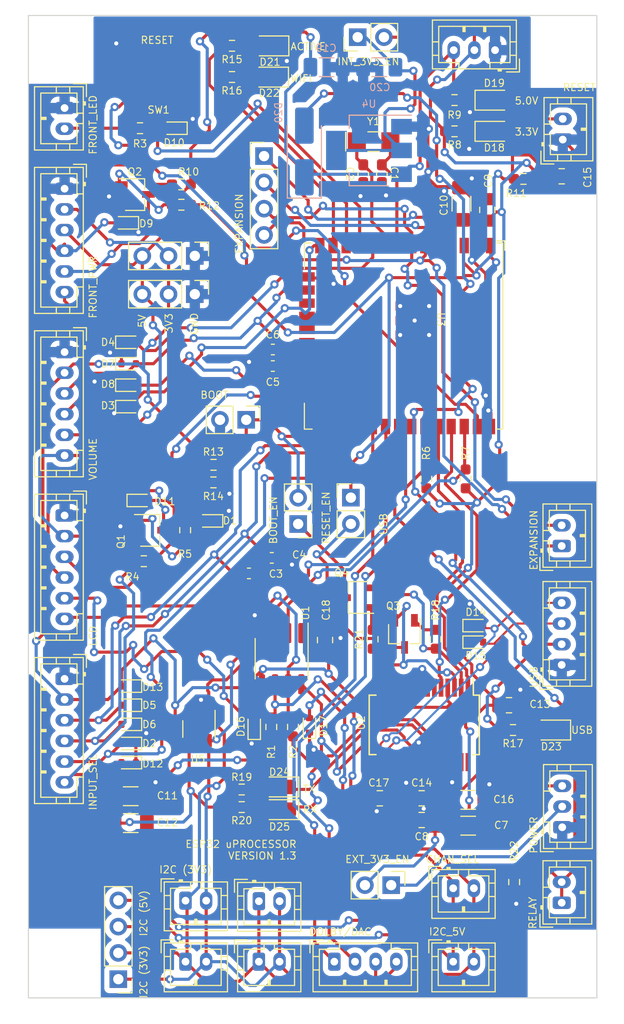
<source format=kicad_pcb>
(kicad_pcb (version 20221018) (generator pcbnew)
  (layers (0 "F.Cu" signal) (31 "B.Cu" signal) (34 "B.Paste" user) (35 "F.Paste" user) (36 "B.SilkS" user "B.Silkscreen") (37 "F.SilkS" user "F.Silkscreen") (38 "B.Mask" user) (39 "F.Mask" user) (44 "Edge.Cuts" user))
  (net 0 "")
  (net 1 "GND")
  (net 2 "3V3")
  (net 3 "SCL")
  (net 4 "SDA")
  (net 5 "DECODER_RESET")
  (net 6 "DECODER_IRQ")
  (net 7 "5V")
  (net 8 "SOFTSTART")
  (net 9 "SDA_5V")
  (net 10 "SCL_5V")
  (net 11 "Net-(U2-3V3OUT)")
  (net 12 "POWER_LED")
  (net 13 "POWER_BUTTON")
  (net 14 "IO35")
  (net 15 "BACKLIGHT")
  (net 16 "TO_BACKLIGHT")
  (net 17 "Net-(J28-Pin_1)")
  (net 18 "TO_POWER_LED")
  (net 19 "Net-(D18-A)")
  (net 20 "VOLUME_BUTTON")
  (net 21 "INPUT_BUTTON")
  (net 22 "Net-(D19-A)")
  (net 23 "Net-(D21-A)")
  (net 24 "Net-(D22-A)")
  (net 25 "Net-(D23-A)")
  (net 26 "RT_CLK_OUT")
  (net 27 "RT_CLK_IN")
  (net 28 "Net-(D24-A)")
  (net 29 "Net-(D25-A)")
  (net 30 "Net-(J2-Pin_2)")
  (net 31 "Net-(J27-Pin_2)")
  (net 32 "Net-(J29-Pin_1)")
  (net 33 "Net-(Q1-B)")
  (net 34 "Net-(Q2-B)")
  (net 35 "Net-(Q3-B)")
  (net 36 "Net-(Q4-B)")
  (net 38 "USBD+")
  (net 39 "USBD-")
  (net 40 "RX")
  (net 41 "TX")
  (net 45 "ENABLE")
  (net 46 "VOL_CH1")
  (net 47 "VOL_CH2")
  (net 48 "INPUT_CH1")
  (net 49 "INPUT_CH2")
  (net 50 "LED_ACTIVE")
  (net 51 "LED_CONNECTED")
  (net 52 "FRONT_LED")
  (net 53 "BOOT")
  (net 55 "CBUS1")
  (net 57 "CBUS0")
  (net 61 "DTR")
  (net 62 "RTS")
  (net 66 "VBUS")
  (net 67 "ADCIN_1")
  (net 68 "ADCIN_2")
  (net 69 "IO34")
  (net 73 "3V3_IN")
  (net 75 "FROM_POWER_LED")
  (net 77 "FROM_BACKLIGHT")
  (footprint "Connector_JST:JST_PH_B6B-PH-K_1x06_P2.00mm_Vertical" (layer "F.Cu") (at 110.5 60.75 -90)
    (fp_text reference "J12" hide)
    (fp_text value "Conn_01x06_Male")
  )
  (footprint "Capacitor_SMD:C_1206_3216Metric_Pad1.33x1.80mm_HandSolder" (layer "F.Cu") (at 149.55 122.35)
    (fp_text reference "C7")
    (fp_text value "10U")
  )
  (footprint "Capacitor_SMD:C_0805_2012Metric_Pad1.18x1.45mm_HandSolder" (layer "F.Cu") (at 145.05 121.8)
    (fp_text reference "C8")
    (fp_text value "0.1U")
  )
  (footprint "Package_TO_SOT_SMD:TSOT-23" (layer "F.Cu") (at 117.3 61.3)
    (fp_text reference "Q2")
    (fp_text value "2N3055")
  )
  (footprint "Connector_PinHeader_2.54mm:PinHeader_1x02_P2.54mm_Vertical" (layer "F.Cu") (at 138.86 46.1 90)
    (fp_text reference "J28" hide)
    (fp_text value "Conn_01x02_Male" hide)
  )
  (footprint "Diode_SMD:D_SOD-523" (layer "F.Cu") (at 150.3 104.6)
    (fp_text reference "D15")
    (fp_text value "D_TVS")
  )
  (footprint "Resistor_SMD:R_0603_1608Metric_Pad0.98x0.95mm_HandSolder" (layer "F.Cu") (at 126.7 49.95)
    (fp_text reference "R16")
    (fp_text value "430R")
  )
  (footprint "Capacitor_SMD:C_0603_1608Metric_Pad1.08x0.95mm_HandSolder" (layer "F.Cu") (at 130.65 76.3)
    (fp_text reference "C6")
    (fp_text value "10N")
  )
  (footprint "Package_TO_SOT_SMD:TSOT-23" (layer "F.Cu") (at 138.9 100.3 180)
    (fp_text reference "Q4")
    (fp_text value "2N3055")
  )
  (footprint "Connector_JST:JST_PH_B2B-PH-K_1x02_P2.00mm_Vertical" (layer "F.Cu") (at 158.6 95.3 90)
    (fp_text reference "J3" hide)
    (fp_text value "Conn_01x02_Male")
  )
  (footprint "Espressif:ESP32-WROOM-32UE" (layer "F.Cu") (at 143.3 75 -90)
    (fp_text reference "U3")
    (fp_text value "ESP32-WROOM-32")
  )
  (footprint "MountingHole:MountingHole_3.2mm_M3" (layer "F.Cu") (at 159.5 46.5)
    (fp_text reference "H1" hide)
    (fp_text value "MountingHole")
  )
  (footprint "Capacitor_SMD:C_0603_1608Metric_Pad1.08x0.95mm_HandSolder" (layer "F.Cu") (at 128.3375 97.95 180)
    (fp_text reference "C3")
    (fp_text value "10N")
  )
  (footprint "Capacitor_SMD:C_0805_2012Metric_Pad1.18x1.45mm_HandSolder" (layer "F.Cu") (at 153.5 110.7)
    (fp_text reference "C13")
    (fp_text value "0.1U")
  )
  (footprint "Resistor_SMD:R_0603_1608Metric_Pad0.98x0.95mm_HandSolder" (layer "F.Cu") (at 149.3 88.8125 90)
    (fp_text reference "R7")
    (fp_text value "10K")
  )
  (footprint "MountingHole:MountingHole_3.2mm_M3" (layer "F.Cu") (at 109.5 46.5)
    (fp_text reference "H2" hide)
    (fp_text value "MountingHole")
  )
  (footprint "Connector_JST:JST_PH_B6B-PH-K_1x06_P2.00mm_Vertical" (layer "F.Cu") (at 110.5 108.15 -90)
    (fp_text reference "J24" hide)
    (fp_text value "Conn_01x06_Male")
  )
  (footprint "Diode_SMD:D_SOD-523" (layer "F.Cu") (at 121.1 54.9 180)
    (fp_text reference "D10")
    (fp_text value "D_TVS")
  )
  (footprint "LED_SMD:LED_0805_2012Metric_Pad1.15x1.40mm_HandSolder" (layer "F.Cu") (at 131.3 118.6 180)
    (fp_text reference "D24")
    (fp_text value "YELLOW")
  )
  (footprint "Connector_JST:JST_PH_B2B-PH-K_1x02_P2.00mm_Vertical" (layer "F.Cu") (at 148.1 135.5)
    (fp_text reference "J9" hide)
    (fp_text value "Conn_01x02_Male")
  )
  (footprint "Resistor_SMD:R_0603_1608Metric_Pad0.98x0.95mm_HandSolder" (layer "F.Cu") (at 146.4 104.32 90)
    (fp_text reference "R18")
    (fp_text value "10K")
  )
  (footprint "Capacitor_SMD:C_0805_2012Metric_Pad1.18x1.45mm_HandSolder" (layer "F.Cu") (at 158.6 59.55 180)
    (fp_text reference "C15")
    (fp_text value "0.1U")
  )
  (footprint "LED_SMD:LED_0805_2012Metric_Pad1.15x1.40mm_HandSolder" (layer "F.Cu") (at 157.6 113.1 180)
    (fp_text reference "D23")
    (fp_text value "RED")
  )
  (footprint "Connector_JST:JST_PH_B2B-PH-K_1x02_P2.00mm_Vertical" (layer "F.Cu") (at 158.7 56 90)
    (fp_text reference "J16" hide)
    (fp_text value "Conn_01x02_Male")
  )
  (footprint "Diode_SMD:D_SOD-523" (layer "F.Cu") (at 116.7 75.6)
    (fp_text reference "D4")
    (fp_text value "D_TVS")
  )
  (footprint "Diode_SMD:D_SOD-523" (layer "F.Cu") (at 116.7 108.85 180)
    (fp_text reference "D13")
    (fp_text value "D_TVS")
  )
  (footprint "Capacitor_SMD:C_1206_3216Metric_Pad1.33x1.80mm_HandSolder" (layer "F.Cu") (at 148.9 62.2 90)
    (fp_text reference "C10")
    (fp_text value "10U")
  )
  (footprint "LED_SMD:LED_0805_2012Metric_Pad1.15x1.40mm_HandSolder" (layer "F.Cu") (at 130.3375 46.94 180)
    (fp_text reference "D21")
    (fp_text value "BLUE")
  )
  (footprint "Diode_SMD:D_SOD-523" (layer "F.Cu") (at 116.7 110.7 180)
    (fp_text reference "D5")
    (fp_text value "D_TVS")
  )
  (footprint "Resistor_SMD:R_0603_1608Metric_Pad0.98x0.95mm_HandSolder" (layer "F.Cu") (at 121.8 62.3 180)
    (fp_text reference "R12")
    (fp_text value "1K")
  )
  (footprint "Resistor_SMD:R_0603_1608Metric_Pad0.98x0.95mm_HandSolder" (layer "F.Cu") (at 121.8 60.33)
    (fp_text reference "R10")
    (fp_text value "700R")
  )
  (footprint "Diode_SMD:D_SOD-523" (layer "F.Cu") (at 116.7 116.25 180)
    (fp_text reference "D12")
    (fp_text value "D_TVS")
  )
  (footprint "Connector_JST:JST_PH_B2B-PH-K_1x02_P2.00mm_Vertical" (layer "F.Cu") (at 129.3 129.65)
    (fp_text reference "J14" hide)
    (fp_text value "Conn_01x02_Male")
  )
  (footprint "LED_SMD:LED_0805_2012Metric_Pad1.15x1.40mm_HandSolder" (layer "F.Cu") (at 152.075 52.19)
    (fp_text reference "D19")
    (fp_text value "ORANGE")
  )
  (footprint "Connector_PinHeader_2.54mm:PinHeader_1x02_P2.54mm_Vertical" (layer "F.Cu") (at 138.2 90.625)
    (fp_text reference "J27" hide)
    (fp_text value "Conn_01x02_Male")
  )
  (footprint "Resistor_SMD:R_0603_1608Metric_Pad0.98x0.95mm_HandSolder" (layer "F.Cu") (at 154.9 59.8 180)
    (fp_text reference "R11")
    (fp_text value "4.7K")
  )
  (footprint "Connector_PinHeader_2.54mm:PinHeader_1x03_P2.54mm_Vertical" (layer "F.Cu") (at 123.1 70.95 -90)
    (fp_text reference "J6" hide)
    (fp_text value "Conn_01x03_Male")
  )
  (footprint "Capacitor_SMD:C_0603_1608Metric_Pad1.08x0.95mm_HandSolder" (layer "F.Cu") (at 139.4 59.3 -90)
    (fp_text reference "C2")
    (fp_text value "10p")
  )
  (footprint "Resistor_SMD:R_0603_1608Metric_Pad0.98x0.95mm_HandSolder" (layer "F.Cu") (at 154 127.8 90)
    (fp_text reference "R22")
    (fp_text value "4K7")
  )
  (footprint "Capacitor_SMD:C_1206_3216Metric_Pad1.33x1.80mm_HandSolder" (layer "F.Cu") (at 116.9 122.1)
    (fp_text reference "C12")
    (fp_text value "10U")
  )
  (footprint "Resistor_SMD:R_0603_1608Metric_Pad0.98x0.95mm_HandSolder" (layer "F.Cu") (at 124.9 89.15)
    (fp_text reference "R14")
    (fp_text value "4.7K")
  )
  (footprint "Capacitor_SMD:C_0805_2012Metric_Pad1.18x1.45mm_HandSolder" (layer "F.Cu") (at 151.4 62.8 90)
    (fp_text reference "C9")
    (fp_text value "10N")
  )
  (footprint "Diode_SMD:D_SOD-523" (layer "F.Cu") (at 116.7 112.55 180)
    (fp_text reference "D6")
    (fp_text value "D_TVS")
  )
  (footprint "Resistor_SMD:R_0603_1608Metric_Pad0.98x0.95mm_HandSolder" (layer "F.Cu") (at 127.6375 118.85)
    (fp_text reference "R19")
    (fp_text value "430R")
  )
  (footprint "Connector_JST:JST_PH_B2B-PH-K_1x02_P2.00mm_Vertical" (layer "F.Cu") (at 158.6 129.8 90)
    (fp_text reference "J17" hide)
    (fp_text value "Conn_01x02_Male")
  )
  (footprint "Connector_PinHeader_2.54mm:PinHeader_1x04_P2.54mm_Vertical" (layer "F.Cu") (at 115.7 137.19 180)
    (fp_text reference "J22" hide)
    (fp_text value "Conn_01x04_Male")
  )
  (footprint "Resistor_SMD:R_0603_1608Metric_Pad0.98x0.95mm_HandSolder" (layer "F.Cu") (at 145.5 88.8125 90)
    (fp_text reference "R6")
    (fp_text value "10K")
  )
  (footprint "Resistor_SMD:R_0603_1608Metric_Pad0.98x0.95mm_HandSolder" (layer "F.Cu") (at 124.9125 87.45)
    (fp_text reference "R13")
    (fp_text value "4.7K")
  )
  (footprint "Resistor_SMD:R_0603_1608Metric_Pad0.98x0.95mm_HandSolder" (layer "F.Cu") (at 153.8875 113.1)
    (fp_text reference "R17")
    (fp_text value "1K")
  )
  (footprint "Diode_SMD:D_SOD-523" (layer "F.Cu") (at 150.3 103)
    (fp_text reference "D14")
    (fp_text value "D_TVS")
  )
  (footprint "Resistor_SMD:R_0603_1608Metric_Pad0.98x0.95mm_HandSolder" (layer "F.Cu") (at 140.3 104.32 90)
    (fp_text reference "R21")
    (fp_text value "10K")
  )
  (footprint "LED_SMD:LED_0805_2012Metric_Pad1.15x1.40mm_HandSolder" (layer "F.Cu") (at 130.3 49.96 180)
    (fp_text reference "D22")
    (fp_text value "YELLOW")
  )
  (footprint "Resistor_SMD:R_0603_1608Metric_Pad0.98x0.95mm_HandSolder" (layer "F.Cu") (at 126.7 46.93)
    (fp_text reference "R15")
    (fp_text value "100R")
  )
  (footprint "Diode_SMD:D_SOD-523" (layer "F.Cu") (at 134.2 112.65 90)
    (fp_text reference "D17")
    (fp_text value "D_TVS")
  )
  (footprint "Capacitor_SMD:C_1206_3216Metric_Pad1.33x1.80mm_HandSolder" (layer "F.Cu") (at 149.55 119.85)
    (fp_text reference "C16")
    (fp_text value "10U")
  )
  (footprint "Connector_JST:JST_PH_B4B-PH-K_1x04_P2.00mm_Vertical" (layer "F.Cu") (at 158.6 106.8 90)
    (fp_text reference "J23" hide)
    (fp_text value "Conn_01x04_Male")
  )
  (footprint "MountingHole:MountingHole_3.2mm_M3" (layer "F.Cu") (at 109.4 136.5)
    (fp_text reference "H4" hide)
    (fp_text value "MountingHole")
  )
  (footprint "Connector_PinHeader_2.54mm:PinHeader_1x04_P2.54mm_Vertical" (layer "F.Cu") (at 129.8 57.6)
    (fp_text reference "J26" hide)
    (fp_text value "Conn_01x04_Male")
  )
  (footprint "Resistor_SMD:R_0603_1608Metric_Pad0.98x0.95mm_HandSolder" (layer "F.Cu") (at 127.6375 120.55)
    (fp_text reference "R20")
    (fp_text value "100R")
  )
  (footprint "Connector_PinHeader_2.54mm:PinHeader_1x03_P2.54mm_Vertical" (layer "F.Cu") (at 123.1 67.25 -90)
    (fp_text reference "J4" hide)
    (fp_text value "Conn_01x03_Male")
  )
  (footprint "Diode_SMD:D_SOD-523" (layer "F.Cu") (at 116.4 64.05 180)
    (fp_text reference "D9")
    (fp_text value "D_TVS")
  )
  (footprint "Resistor_SMD:R_0603_1608Metric_Pad0.98x0.95mm_HandSolder" (layer "F.Cu") (at 130.5 112.8 90)
    (fp_text reference "R1")
    (fp_text value "10K")
  )
  (footprint "Connector_JST:JST_PH_B2B-PH-K_1x02_P2.00mm_Vertical" (layer "F.Cu") (at 148.1 128.4)
    (fp_text reference "J19" hide)
    (fp_text value "Conn_01x02_Male")
  )
  (footprint "Connector_JST:JST_PH_B3B-PH-K_1x03_P2.00mm_Vertical" (layer "F.Cu") (at 152.15 47.35 180)
    (fp_text reference "J5" hide)
    (fp_text value "Conn_01x03_Male")
  )
  (footprint "Package_TO_SOT_SMD:TSOT-23" (layer "F.Cu") (at 118.766958 93.772497)
    (fp_text reference "Q1")
    (fp_text value "2N3055")
  )
  (footprint "Connector_JST:JST_PH_B2B-PH-K_1x02_P2.00mm_Vertical" (layer "F.Cu") (at 122.2 135.5)
    (fp_text reference "J13" hide)
    (fp_text value "Conn_01x02_Male")
  )
  (footprint "Resistor_SMD:R_0603_1608Metric_Pad0.98x0.95mm_HandSolder" (layer "F.Cu") (at 122.166958 93.772497 -90)
    (fp_text reference "R5")
    (fp_text value "1K")
  )
  (footprint "Capacitor_SMD:C_0805_2012Metric_Pad1.18x1.45mm_HandSolder" (layer "F.Cu") (at 141 119.7 180)
    (fp_text reference "C17")
    (fp_text value "0.1U")
  )
  (footprint "Resistor_SMD:R_0603_1608Metric_Pad0.98x0.95mm_HandSolder" (layer "F.Cu") (at 117.8 54.9)
    (fp_text reference "R3")
    (fp_text value "300R")
  )
  (footprint "Capacitor_SMD:C_0805_2012Metric_Pad1.18x1.45mm_HandSolder" (layer "F.Cu") (at 135.7 104.4 90)
    (fp_text reference "C18")
    (fp_text value "10N")
  )
  (footprint "Diode_SMD:D_SOD-523" (layer "F.Cu") (at 117.8 90.9)
    (fp_text reference "D11")
    (fp_text value "D_TVS")
  )
  (footprint "Capacitor_SMD:C_1206_3216Metric_Pad1.33x1.80mm_HandSolder" (layer "F.Cu") (at 116.9 119.5)
    (fp_text reference "C11")
    (fp_text value "10U")
  )
  (footprint "Components:Button Aliexpress 4x4" (layer "F.Cu") (at 119.6 53.625)
    (fp_text reference "SW1")
    (fp_text value "SW_Push")
  )
  (footprint "Diode_SMD:D_SOD-523" (layer "F.Cu") (at 116.7 79.75)
    (fp_text reference "D8")
    (fp_text value "D_TVS")
  )
  (footprint "Capacitor_SMD:C_0603_1608Metric_Pad1.08x0.95mm_HandSolder" (layer "F.Cu") (at 130.65 77.9)
    (fp_text reference "C5")
    (fp_text value "10N")
  )
  (footprint "Connector_JST:JST_PH_B2B-PH-K_1x02_P2.00mm_Vertical" (layer "F.Cu") (at 129.3 135.5)
    (fp_text reference "J18" hide)
    (fp_text value "Conn_01x02_Male")
  )
  (footprint "Crystal:Crystal_SMD_EuroQuartz_EQ161-2Pin_3.2x1.5mm_HandSoldering" (layer "F.Cu") (at 140.4 56.2)
    (fp_text reference "Y1")
    (fp_text value "Crystal")
  )
  (footprint "Diode_SMD:D_SOD-523" (layer "F.Cu") (at 116.7 77.675)
    (fp_text reference "D7")
    (fp_text value "D_TVS")
  )
  (footprint "Connector_JST:JST_PH_B2B-PH-K_1x02_P2.00mm_Vertical" (layer "F.Cu") (at 122.2 129.6)
    (fp_text reference "J15" hide)
    (fp_text value "Conn_01x02_Male")
  )
  (footprint "Capacitor_SMD:C_0603_1608Metric_Pad1.08x0.95mm_HandSolder" (layer "F.Cu") (at 130.55 96.45 180)
    (fp_text reference "C4")
    (fp_text value "10N")
  )
  (footprint "Connector_JST:JST_PH_B6B-PH-K_1x06_P2.00mm_Vertical" (layer "F.Cu") (at 110.5 92.35 -90)
    (fp_text reference "J1" hide)
    (fp_text value "Conn_01x06_Male")
  )
  (footprint "Connector_JST:JST_PH_B3B-PH-K_1x03_P2.00mm_Vertical" (layer "F.Cu") (at 158.65 122.5 90)
    (fp_text reference "J7" hide)
    (fp_text value "Conn_01x03_Male")
  )
  (footprint "LED_SMD:LED_0805_2012Metric_Pad1.15x1.40mm_HandSolder" (layer "F.Cu") (at 131.3 120.8 180)
    (fp_text reference "D25")
    (fp_text value "BLUE")
  )
  (footprint "Package_TO_SOT_SMD:TSOT-23" (layer "F.Cu") (at 143.4 103.8 -90)
    (fp_text reference "Q3")
    (fp_text value "2N3055")
  )
  (footprint "Connector_PinHeader_2.54mm:PinHeader_1x02_P2.54mm_Vertical" (layer "F.Cu") (at 133.1 93.175 180)
    (fp_text reference "J29" hide)
    (fp_text value "Conn_01x02_Male")
  )
  (footprint "Resistor_SMD:R_0603_1608Metric_Pad0.98x0.95mm_HandSolder" (layer "F.Cu") (at 118.166958 96.772497 180)
    (fp_text reference "R4")
    (fp_text value "100R")
  )
  (footprint "Connector_PinHeader_2.54mm:PinHeader_1x02_P2.54mm_Vertical" (layer "F.Cu") (at 128.075 83.1 -90)
    (fp_text reference "J10" hide)
    (fp_text value "Conn_01x02_Male")
  )
  (footprint "Diode_SMD:D_SOD-523" (layer "F.Cu") (at 116.7 81.825)
    (fp_text reference "D3")
    (fp_text value "D_TVS")
  )
  (footprint "Diode_SMD:D_SOD-523" (layer "F.Cu") (at 124.55 92.875 180)
    (fp_text reference "D1")
    (fp_text value "D_TVS")
  )
  (footprint "Capacitor_SMD:C_0805_2012Metric_Pad1.18x1.45mm_HandSolder" (layer "F.Cu") (at 145.05 119.7)
    (fp_text reference "C14")
    (fp_text value "0.1U")
  )
  (footprint "Resistor_SMD:R_0603_1608Metric_Pad0.98x0.95mm_HandSolder" (layer "F.Cu") (at 148.2275 55.2)
    (fp_text reference "R8")
    (fp_text value "430R")
  )
  (footprint "LED_SMD:LED_0805_2012Metric_Pad1.15x1.40mm_HandSolder" (layer "F.Cu") (at 152.075 55.2)
    (fp_text reference "D18")
    (fp_text value "YELLOW")
  )
  (footprint "Connector_JST:JST_PH_B2B-PH-K_1x02_P2.00mm_Vertical" (layer "F.Cu") (at 110.5 52.95 -90)
    (fp_text reference "J2" hide)
    (fp_text value "Conn_01x02_Male")
  )
  (footprint "Resistor_SMD:R_0603_1608Metric_Pad0.98x0.95mm_HandSolder" (layer "F.Cu") (at 148.2275 52.18)
    (fp_text reference "R9")
    (fp_text value "1000R")
  )
  (footprint "Resistor_SMD:R_0603_1608Metric_Pad0.98x0.95mm_HandSolder" (layer "F.Cu") (at 132.6 112.8 90)
    (fp_text reference "R2")
    (fp_text value "10K")
  )
  (footprint "Package_SO:SOIC-8_3.9x4.9mm_P1.27mm" (layer "F.Cu") (at 131.5 106.2 -90)
    (fp_text reference "U1")
    (fp_text value "TCA9517DR")
  )
  (footprint "MountingHole:MountingHole_3.2mm_M3" (layer "F.Cu") (at 159.4 136.5)
    (fp_text reference "H3" hide)
    (fp_text value "MountingHole")
  )
  (footprint "Connector_JST:JST_PH_B6B-PH-K_1x06_P2.00mm_Vertical" (layer "F.Cu") (at 110.5 76.55 -90)
    (fp_text reference "J11" hide)
    (fp_text value "Conn_01x06_Male")
  )
  (footprint "Connector_JST:JST_PH_B4B-PH-K_1x04_P2.00mm_Vertical" (layer "F.Cu") (at 136.6 135.5)
    (fp_text reference "J25" hide)
    (fp_text value "Conn_01x04_Male")
  )
  (footprint "Package_SO:SSOP-28_5.3x10.2mm_P0.65mm" (layer "F.Cu") (at 145.3 112.6 -90)
    (fp_text reference "U2")
    (fp_text value "FT232RL")
  )
  (footprint "Diode_SMD:D_SOD-523" (layer "F.Cu") (at 116.7 114.4 180)
    (fp_text reference "D2")
    (fp_text value "D_TVS")
  )
  (footprint "Capacitor_SMD:C_0603_1608Metric_Pad1.08x0.95mm_HandSolder" (layer "F.Cu") (at 141.2 59.3 -90)
    (fp_text reference "C1")
    (fp_text value "10p")
  )
  (footprint "Diode_SMD:D_SOD-523" (layer "F.Cu") (at 128.85 112.75 90)
    (fp_text reference "D16")
    (fp_text value "D_TVS")
  )
  (footprint "Connector_PinHeader_2.54mm:PinHeader_1x02_P2.54mm_Vertical" (layer "F.Cu") (at 142.1 128.1 -90)
    (fp_text reference "J8" hide)
    (fp_text value "Conn_01x02_Male")
  )
  (footprint "Package_TO_SOT_SMD:SOT-23-6" (layer "F.Cu") (at 123.5 113 -90)
    (fp_text reference "U5")
    (fp_text value "TMP100")
  )
  (footprint "Package_TO_SOT_SMD:SOT-223-3_TabPin2" (layer "B.Cu") (at 139.95 57.05 180)
    (fp_text reference "U4")
    (fp_text value "AMS1117-3.3")
  )
  (footprint "Capacitor_SMD:C_1206_3216Metric_Pad1.33x1.80mm_HandSolder" (layer "B.Cu") (at 140.95 49 180)
    (fp_text reference "C20")
    (fp_text value "10U")
  )
  (footprint "Capacitor_SMD:C_1206_3216Metric_Pad1.33x1.80mm_HandSolder" (layer "B.Cu") (at 135.85 49)
    (fp_text reference "C19")
    (fp_text value "10U")
  )
  (footprint "Diode_SMD:D_SMA_Handsoldering" (layer "B.Cu") (at 133.7 57.15 90)
    (fp_text reference "D20")
    (fp_text value "D_Schottky")
  )
  (gr_line (start 162 139) (end 107 139) (stroke (width 0.1)) (layer "Edge.Cuts"))
  (gr_line (start 162 44) (end 107 44) (stroke (width 0.1)) (layer "Edge.Cuts"))
  (gr_line (start 107 139) (end 107 44) (stroke (width 0.1)) (layer "Edge.Cuts"))
  (gr_line (start 162 139) (end 162 44) (stroke (width 0.1)) (layer "Edge.Cuts"))
  (gr_text "BOOT_EN" (at 130.7 95.175 90) (layer "F.SilkS") (effects (font (size 0.7 0.7) (thickness 0.1)) (justify left)))
  (gr_text "TX\n" (at 133.5 118.8) (layer "F.SilkS") (effects (font (size 0.7 0.7) (thickness 0.1)) (justify left)))
  (gr_text "RESET" (at 158.65 50.95) (layer "F.SilkS") (effects (font (size 0.7 0.7) (thickness 0.1)) (justify left)))
  (gr_text "INT_3V3_EN" (at 136.85 48.45) (layer "F.SilkS") (effects (font (size 0.7 0.7) (thickness 0.1)) (justify left)))
  (gr_text "INPUT_SEL" (at 113.25 115.35 90) (layer "F.SilkS") (effects (font (size 0.7 0.7) (thickness 0.1)) (justify right)))
  (gr_text "GND\n" (at 123.05 74.95 90) (layer "F.SilkS") (effects (font (size 0.7 0.7) (thickness 0.1)) (justify left)))
  (gr_text "3V3" (at 120.6 74.8 90) (layer "F.SilkS") (effects (font (size 0.7 0.7) (thickness 0.1)) (justify left)))
  (gr_text "I2C_5V" (at 145.7 132.6) (layer "F.SilkS") (effects (font (size 0.7 0.7) (thickness 0.1)) (justify left)))
  (gr_text "BOOT" (at 123.585 80.7) (layer "F.SilkS") (effects (font (size 0.7 0.7) (thickness 0.1)) (justify left)))
  (gr_text "USB" (at 155.9 109.1 90) (layer "F.SilkS") (effects (font (size 0.7 0.7) (thickness 0.1)) (justify left)))
  (gr_text "RESET" (at 117.804446 46.382729) (layer "F.SilkS") (effects (font (size 0.7 0.7) (thickness 0.1)) (justify left)))
  (gr_text "5.0V" (at 154 52.25) (layer "F.SilkS") (effects (font (size 0.7 0.7) (thickness 0.1)) (justify left)))
  (gr_text "DOLBY/DAC" (at 134.1 132.6) (layer "F.SilkS") (effects (font (size 0.7 0.7) (thickness 0.1)) (justify left)))
  (gr_text "LCD\n" (at 113.25 102.95 90) (layer "F.SilkS") (effects (font (size 0.7 0.7) (thickness 0.1)) (justify right)))
  (gr_text "POWER" (at 155.9 125.1 90) (layer "F.SilkS") (effects (font (size 0.7 0.7) (thickness 0.1)) (justify left)))
  (gr_text "WIFI" (at 132.3 50.1) (layer "F.SilkS") (effects (font (size 0.7 0.7) (thickness 0.1)) (justify left)))
  (gr_text "RX\n" (at 133.5 120.8) (layer "F.SilkS") (effects (font (size 0.7 0.7) (thickness 0.1)) (justify left)))
  (gr_text "RESET_EN" (at 135.8 95.175 90) (layer "F.SilkS") (effects (font (size 0.7 0.7) (thickness 0.1)) (justify left)))
  (gr_text "VOLUME" (at 113.25 89 90) (layer "F.SilkS") (effects (font (size 0.7 0.7) (thickness 0.1)) (justify left)))
  (gr_text "ACTIVE" (at 132.3 47) (layer "F.SilkS") (effects (font (size 0.7 0.7) (thickness 0.1)) (justify left)))
  (gr_text "EXPANSION" (at 127.4 67.1 90) (layer "F.SilkS") (effects (font (size 0.7 0.7) (thickness 0.1)) (justify left)))
  (gr_text "RELAY\n" (at 155.8 132.4 90) (layer "F.SilkS") (effects (font (size 0.7 0.7) (thickness 0.1)) (justify left)))
  (gr_text "USB" (at 141.35 94.3 90) (layer "F.SilkS") (effects (font (size 0.7 0.7) (thickness 0.1)) (justify left)))
  (gr_text "I2C (3V3)" (at 119.6 126.6) (layer "F.SilkS") (effects (font (size 0.7 0.7) (thickness 0.1)) (justify left)))
  (gr_text "EXPANSION" (at 155.9 97.7 90) (layer "F.SilkS") (effects (font (size 0.7 0.7) (thickness 0.1)) (justify left)))
  (gr_text "FRONT_PWR\n" (at 113.25 73.35 90) (layer "F.SilkS") (effects (font (size 0.7 0.7) (thickness 0.1)) (justify left)))
  (gr_text "CHAN_SEL" (at 145.4 125.6) (layer "F.SilkS") (effects (font (size 0.7 0.7) (thickness 0.1)) (justify left)))
  (gr_text "I2C (5V)" (at 118.15 133.1 90) (layer "F.SilkS") (effects (font (size 0.7 0.7) (thickness 0.1)) (justify left)))
  (gr_text "FRONT_LED" (at 113.25 57.5 90) (layer "F.SilkS") (effects (font (size 0.7 0.7) (thickness 0.1)) (justify left)))
  (gr_text "ESP32 uPROCESSOR\nVERSION 1.3" (at 133 124.7) (layer "F.SilkS") (effects (font (size 0.7 0.7) (thickness 0.1)) (justify right)))
  (gr_text "3.3V" (at 154 55.25) (layer "F.SilkS") (effects (font (size 0.7 0.7) (thickness 0.1)) (justify left)))
  (gr_text "I2C (3V3)" (at 118.15 139.1 90) (layer "F.SilkS") (effects (font (size 0.7 0.7) (thickness 0.1)) (justify left)))
  (gr_text "EXT_3V3_EN" (at 137.6 125.6) (layer "F.SilkS") (effects (font (size 0.7 0.7) (thickness 0.1)) (justify left)))
  (gr_text "5V" (at 118 74.25 90) (layer "F.SilkS") (effects (font (size 0.7 0.7) (thickness 0.1)) (justify left)))
  (gr_text "USB" (at 159.46 113.1) (layer "F.SilkS") (effects (font (size 0.7 0.7) (thickness 0.1)) (justify left)))
  (segment (start 128.85 114.15) (end 128.6 114.4) (width 0.3) (layer "F.Cu") (net 1))
  (segment (start 145.2875 120.7375) (end 145.25 120.7) (width 0.3) (layer "F.Cu") (net 1))
  (segment (start 149.6 101) (end 149.7 100.9) (width 0.3) (layer "F.Cu") (net 1))
  (segment (start 135.7 103.3625) (end 136.3625 103.3625) (width 0.3) (layer "F.Cu") (net 1))
  (segment (start 148.225 116.2) (end 148.225 117.925) (width 0.3) (layer "F.Cu") (net 1))
  (segment (start 146.0875 119.7) (end 146.0875 120.7375) (width 0.3) (layer "F.Cu") (net 1))
  (segment (start 117.1 64.05) (end 117.1 64.4) (width 0.3) (layer "F.Cu") (net 1))
  (segment (start 117.4 114.4) (end 117.4 116.25) (width 0.3) (layer "F.Cu") (net 1))
  (segment (start 151.25 68.979198) (end 149.910651 67.639849) (width 0.3) (layer "F.Cu") (net 1))
  (segment (start 145.65 59.064657) (end 145.700107 59.114764) (width 0.3) (layer "F.Cu") (net 1))
  (segment (start 131.0375 47.4375) (end 132 48.4) (width 0.3) (layer "F.Cu") (net 1))
  (segment (start 143.025 116.2) (end 143.025 117.675) (width 0.3) (layer "F.Cu") (net 1))
  (segment (start 154.5375 109.2625) (end 154.6 109.2) (width 0.3) (layer "F.Cu") (net 1))
  (segment (start 151.1125 119.85) (end 151.1125 118.8375) (width 0.3) (layer "F.Cu") (net 1))
  (segment (start 149.6 104.6) (end 149.6 103) (width 0.3) (layer "F.Cu") (net 1))
  (segment (start 118.4625 122.1) (end 118.4625 119.5) (width 0.3) (layer "F.Cu") (net 1))
  (segment (start 142.97 73.5) (end 144.37 73.5) (width 0.3) (layer "F.Cu") (net 1))
  (segment (start 142.97 74.9) (end 144.37 74.9) (width 0.3) (layer "F.Cu") (net 1))
  (segment (start 116.7 47.9) (end 115.5 46.7) (width 0.3) (layer "F.Cu") (net 1))
  (segment (start 151.25 80.75) (end 151.25 68.979198) (width 0.3) (layer "F.Cu") (net 1))
  (segment (start 129.7875 77.9) (end 129.3875 77.5) (width 0.3) (layer "F.Cu") (net 1))
  (segment (start 118.4625 118.987) (end 119.3 118.1495) (width 0.3) (layer "F.Cu") (net 1))
  (segment (start 159.6375 59.55) (end 159.6375 56.9375) (width 0.3) (layer "F.Cu") (net 1))
  (segment (start 146.0875 120.7375) (end 146.0875 121.8) (width 0.3) (layer "F.Cu") (net 1))
  (segment (start 113.75 79.75) (end 113.4 79.4) (width 0.3) (layer "F.Cu") (net 1))
  (segment (start 117.4 108.85) (end 117.4 110.7) (width 0.3) (layer "F.Cu") (net 1))
  (segment (start 150.025 61.7625) (end 148.9 60.6375) (width 0.3) (layer "F.Cu") (net 1))
  (segment (start 117.1 90.9) (end 115.9 92.1) (width 0.3) (layer "F.Cu") (net 1))
  (segment (start 125.8125 89.6125) (end 126.45 90.25) (width 0.3) (layer "F.Cu") (net 1))
  (segment (start 151.1125 122.35) (end 151.1125 119.85) (width 0.3) (layer "F.Cu") (net 1))
  (segment (start 143.025 117.675) (end 143.55 118.2) (width 0.3) (layer "F.Cu") (net 1))
  (segment (start 129.595 102.695) (end 128.9 102) (width 0.3) (layer "F.Cu") (net 1))
  (segment (start 142.97 72.1) (end 142.97 73.5) (width 0.3) (layer "F.Cu") (net 1))
  (segment (start 115.938 81.825) (end 115.3 82.463) (width 0.3) (layer "F.Cu") (net 1))
  (segment (start 125.8125 89.15) (end 125.8125 89.6125) (width 0.3) (layer "F.Cu") (net 1))
  (segment (start 151.75 83.85) (end 151.75 82.45) (width 0.3) (layer "F.Cu") (net 1))
  (segment (start 123.5 111.8625) (end 123.5 110.373455) (width 0.3) (layer "F.Cu") (net 1))
  (segment (start 149.1 60.55) (end 146.489339 60.55) (width 0.3) (layer "F.Cu") (net 1))
  (segment (start 149.6 103) (end 149.6 101) (width 0.3) (layer "F.Cu") (net 1))
  (segment (start 129.2 97.95) (end 129.9125 97.95) (width 0.3) (layer "F.Cu") (net 1))
  (segment (start 144.975 114.515045) (end 144.766745 114.30679) (width 0.3) (layer "F.Cu") (net 1))
  (segment (start 125.25 92.875) (end 125.425 92.875) (width 0.3) (layer "F.Cu") (net 1))
  (segment (start 123.5 111.8625) (end 122.55 111.8625) (width 0.3) (layer "F.Cu") (net 1))
  (segment (start 141.2 60.1625) (end 141.2 61) (width 0.3) (layer "F.Cu") (net 1))
  (segment (start 117.4 110.7) (end 117.4 112.55) (width 0.3) (layer "F.Cu") (net 1))
  (segment (start 129.9125 97.95) (end 131.4125 96.45) (width 0.3) (layer "F.Cu") (net 1))
  (segment (start 145.77 73.5) (end 145.77 74.9) (width 0.3) (layer "F.Cu") (net 1))
  (segment (start 145.625 109) (end 145.625 107.725) (width 0.3) (layer "F.Cu") (net 1))
  (segment (start 146.0875 120.7375) (end 145.2875 120.7375) (width 0.3) (layer "F.Cu") (net 1))
  (segment (start 154.5375 110.7) (end 154.5375 109.2625) (width 0.3) (layer "F.Cu") (net 1))
  (segment (start 145.700107 59.760768) (end 145.700107 59.114764) (width 0.3) (layer "F.Cu") (net 1))
  (segment (start 145.65 55.060899) (end 145.65 59.064657) (width 0.3) (layer "F.Cu") (net 1))
  (segment (start 150.918 52.15) (end 149.718 53.35) (width 0.3) (layer "F.Cu") (net 1))
  (segment (start 144.37 73.5) (end 145.77 73.5) (width 0.3) (layer "F.Cu") (net 1))
  (segment (start 133.99 69.39) (end 135.962864 69.39) (width 0.3) (layer "F.Cu") (net 1))
  (segment (start 147.5625 60.6375) (end 147.219669 60.980331) (width 0.3) (layer "F.Cu") (net 1))
  (segment (start 144.37 74.9) (end 145.77 74.9) (width 0.3) (layer "F.Cu") (net 1))
  (segment (start 146.489339 60.55) (end 145.700107 59.760768) (width 0.3) (layer "F.Cu") (net 1))
  (segment (start 151.75 82.45) (end 151.5 82.2) (width 0.3) (layer "F.Cu") (net 1))
  (segment (start 155.5375 111.4) (end 154.77 110.6325) (width 0.3) (layer "F.Cu") (net 1))
  (segment (start 123.5 111.8625) (end 123.5 114.1375) (width 0.3) (layer "F.Cu") (net 1))
  (segment (start 131 49.4) (end 132 48.4) (width 0.3) (layer "F.Cu") (net 1))
  (segment (start 151.4 61.7625) (end 150.025 61.7625) (width 0.3) (layer "F.Cu") (net 1))
  (segment (start 115.7 76.6) (end 114.9 76.6) (width 0.3) (layer "F.Cu") (net 1))
  (segment (start 116 76.3) (end 115.7 76.6) (width 0.3) (layer "F.Cu") (net 1))
  (segment (start 154 129.7) (end 154.2 129.9) (width 0.3) (layer "F.Cu") (net 1))
  (segment (start 149.9 59.75) (end 149.1 60.55) (width 0.3) (layer "F.Cu") (net 1))
  (segment (start 116 79.75) (end 113.75 79.75) (width 0.3) (layer "F.Cu") (net 1))
  (segment (start 134.2 114.6) (end 134.6 115) (width 0.3) (layer "F.Cu") (net 1))
  (segment (start 136.3625 103.3625) (end 137.2 104.2) (width 0.3) (layer "F.Cu") (net 1))
  (segment (start 116.9 47.9) (end 121.9 47.9) (width 0.3) (layer "F.Cu") (net 1))
  (segment (start 135.962864 69.39) (end 136.522864 69.95) (width 0.3) (layer "F.Cu") (net 1))
  (segment (start 117.1 64.4) (end 117.65 64.95) (width 0.3) (layer "F.Cu") (net 1))
  (segment (start 158.2375 112.7125) (end 156.925 111.4) (width 0.3) (layer "F.Cu") (net 1))
  (segment (start 145.77 72.1) (end 144.37 72.1) (width 0.3) (layer "F.Cu") (net 1))
  (segment (start 139.4 60.1625) (end 139.4 61.2) (width 0.3) (layer "F.Cu") (net 1))
  (segment (start 117.55 112.55) (end 118.4 113.4) (width 0.3) (layer "F.Cu") (net 1))
  (segment (start 121.8 54.9) (end 122 54.9) (width 0.3) (layer "F.Cu") (net 1))
  (segment (start 129.595 103.725) (end 129.595 102.695) (width 0.3) (layer "F.Cu") (net 1))
  (segment (start 131.85 96.45) (end 132.5 97.1) (width 0.3) (layer "F.Cu") (net 1))
  (segment (start 159.6375 56.9375) (end 158.7 56) (width 0.3) (layer "F.Cu") (net 1))
  (segment (start 151.1125 118.8375) (end 151.6 118.35) (width 0.3) (layer "F.Cu") (net 1))
  (segment (start 122 54.9) (end 122.9 54) (width 0.3) (layer "F.Cu") (net 1))
  (segment (start 117.222497 94.722497) (end 115.9 93.4) (width 0.3) (layer "F.Cu") (net 1))
  (segment (start 144.975 116.2) (end 144.975 114.515045) (width 0.3) (layer "F.Cu") (net 1))
  (segment (start 148.9 60.6375) (end 147.5625 60.6375) (width 0.3) (layer "F.Cu") (net 1))
  (segment (start 139.9625 120.2125) (end 140.7 120.95) (width 0.3) (layer "F.Cu") (net 1))
  (segment (start 129.7875 76.3) (end 129.7875 77.9) (width 0.3) (layer "F.Cu") (net 1))
  (segment (start 129.3875 77.5) (end 128.35 77.5) (width 0.3) (layer "F.Cu") (net 1))
  (segment (start 151.75 67.370369) (end 152.2505 67.870869) (width 0.3) (layer "F.Cu") (net 1))
  (segment (start 139.4 61.2) (end 139.129977 61.470023) (width 0.3) (layer "F.Cu") (net 1))
  (segment (start 144.37 72.1) (end 142.97 72.1) (width 0.3) (layer "F.Cu") (net 1))
  (segment (start 131 49.96) (end 131 49.4) (width 0.3) (layer "F.Cu") (net 1))
  (segment (start 150.8775 55.6725) (end 149.65 56.9) (width 0.3) (layer "F.Cu") (net 1))
  (segment (start 151.75 66.35) (end 151.75 67.370369) (width 0.3) (layer "F.Cu") (net 1))
  (segment (start 147.575 116.2) (end 148.225 116.2) (width 0.3) (layer "F.Cu") (net 1))
  (segment (start 156.925 111.4) (end 155.5375 111.4) (width 0.3) (layer "F.Cu") (net 1))
  (segment (start 116 75.6) (end 116 76.3) (width 0.3) (layer "F.Cu") (net 1))
  (segment (start 116 76.3) (end 116 77.675) (width 0.3) (layer "F.Cu") (net 1))
  (segment (start 123.5 110.373455) (end 123.7005 110.172955) (width 0.3) (layer "F.Cu") (net 1))
  (segment (start 154 128.7125) (end 154 129.7) (width 0.3) (layer "F.Cu") (net 1))
  (segment (start 125.425 92.875) (end 126.4 91.9) (width 0.3) (layer "F.Cu") (net 1))
  (segment (start 115.9 92.1) (end 115.9 93.4) (width 0.3) (layer "F.Cu") (net 1))
  (segment (start 131.4125 96.45) (end 131.85 96.45) (width 0.3) (layer "F.Cu") (net 1))
  (segment (start 117.4 112.55) (end 117.4 114.4) (width 0.3) (layer "F.Cu") (net 1))
  (segment (start 141.2 61) (end 141.6 61.4) (width 0.3) (layer "F.Cu") (net 1))
  (segment (start 145.7495 54.961399) (end 145.65 55.060899) (width 0.3) (layer "F.Cu") (net 1))
  (segment (start 148.225 117.925) (end 148 118.15) (width 0.3) (layer "F.Cu") (net 1))
  (segment (start 145.625 107.725) (end 145.1 107.2) (width 0.3) (layer "F.Cu") (net 1))
  (segment (start 128.85 113.45) (end 128.85 114.15) (width 0.3) (layer "F.Cu") (net 1))
  (segment (start 115.55 62.25) (end 114.8 61.5) (width 0.3) (layer "F.Cu") (net 1))
  (segment (start 134.2 113.35) (end 134.2 114.6) (width 0.3) (layer "F.Cu") (net 1))
  (via (at 132.5 97.1) (size 0.8) (drill 0.4) (layers "F.Cu" "B.Cu") (net 1))
  (via (at 118.4 113.4) (size 0.8) (drill 0.4) (layers "F.Cu" "B.Cu") (net 1))
  (via (at 139.129977 61.470023) (size 0.8) (drill 0.4) (layers "F.Cu" "B.Cu") (net 1))
  (via (at 145.700107 59.114764) (size 0.8) (drill 0.4) (layers "F.Cu" "B.Cu") (net 1))
  (via (at 126.45 90.25) (size 0.8) (drill 0.4) (layers "F.Cu" "B.Cu") (net 1))
  (via (at 145.1 107.2) (size 0.8) (drill 0.4) (layers "F.Cu" "B.Cu") (net 1))
  (via (at 122.9 54) (size 0.8) (drill 0.4) (layers "F.Cu" "B.Cu") (net 1))
  (via (at 142.97 74.9) (size 0.8) (drill 0.4) (layers "F.Cu" "B.Cu") (net 1))
  (via (at 152.2505 67.870869) (size 0.8) (drill 0.4) (layers "F.Cu" "B.Cu") (net 1))
  (via (at 145.77 74.9) (size 0.8) (drill 0.4) (layers "F.Cu" "B.Cu") (net 1))
  (via (at 126.4 91.9) (size 0.8) (drill 0.4) (layers "F.Cu" "B.Cu") (net 1))
  (via (at 137.2 104.2) (size 0.8) (drill 0.4) (layers "F.Cu" "B.Cu") (net 1))
  (via (at 144.766745 114.30679) (size 0.8) (drill 0.4) (layers "F.Cu" "B.Cu") (net 1))
  (via (at 128.35 77.5) (size 0.8) (drill 0.4) (layers "F.Cu" "B.Cu") (net 1))
  (via (at 154.2 129.9) (size 0.8) (drill 0.4) (layers "F.Cu" "B.Cu") (net 1))
  (via (at 115.9 93.4) (size 0.8) (drill 0.4) (layers "F.Cu" "B.Cu") (net 1))
  (via (at 119.3 118.1495) (size 0.8) (drill 0.4) (layers "F.Cu" "B.Cu") (net 1))
  (via (at 113.4 79.4) (size 0.8) (drill 0.4) (layers "F.Cu" "B.Cu") (net 1))
  (via (at 142.97 72.1) (size 0.8) (drill 0.4) (layers "F.Cu" "B.Cu") (net 1))
  (via (at 148 118.15) (size 0.8) (drill 0.4) (layers "F.Cu" "B.Cu") (net 1))
  (via (at 136.522864 69.95) (size 0.8) (drill 0.4) (layers "F.Cu" "B.Cu") (net 1))
  (via (at 149.7 100.9) (size 0.8) (drill 0.4) (layers "F.Cu" "B.Cu") (net 1))
  (via (at 149.718 53.35) (size 0.8) (drill 0.4) (layers "F.Cu" "B.Cu") (net 1))
  (via (at 145.7495 54.961399) (size 0.8) (drill 0.4) (layers "F.Cu" "B.Cu") (net 1))
  (via (at 151.25 80.75) (size 0.8) (drill 0.4) (layers "F.Cu" "B.Cu") (net 1))
  (via (at 154.6 109.2) (size 0.8) (drill 0.4) (layers "F.Cu" "B.Cu") (net 1))
  (via (at 132 48.4) (size 0.8) (drill 0.4) (layers "F.Cu" "B.Cu") (net 1))
  (via (at 145.77 72.1) (size 0.8) (drill 0.4) (layers "F.Cu" "B.Cu") (net 1))
  (via (at 147.219669 60.980331) (size 0.8) (drill 0.4) (layers "F.Cu" "B.Cu") (net 1))
  (via (at 145.25 120.7) (size 0.8) (drill 0.4) (layers "F.Cu" "B.Cu") (net 1))
  (via (at 149.65 56.9) (size 0.8) (drill 0.4) (layers "F.Cu" "B.Cu") (net 1))
  (via (at 151.6 118.35) (size 0.8) (drill 0.4) (layers "F.Cu" "B.Cu") (net 1))
  (via (at 114.8 61.5) (size 0.8) (drill 0.4) (layers "F.Cu" "B.Cu") (net 1))
  (via (at 144.37 73.5) (size 0.8) (drill 0.4) (layers "F.Cu" "B.Cu") (net 1))
  (via (at 151.5 82.2) (size 0.8) (drill 0.4) (layers "F.Cu" "B.Cu") (net 1))
  (via (at 115.3 82.463) (size 0.8) (drill 0.4) (layers "F.Cu" "B.Cu") (net 1))
  (via (at 141.6 61.4) (size 0.8) (drill 0.4) (layers "F.Cu" "B.Cu") (net 1))
  (via (at 149.910651 67.639849) (size 0.8) (drill 0.4) (layers "F.Cu" "B.Cu") (net 1))
  (via (at 128.6 114.4) (size 0.8) (drill 0.4) (layers "F.Cu" "B.Cu") (net 1))
  (via (at 123.7005 110.172955) (size 0.8) (drill 0.4) (layers "F.Cu" "B.Cu") (net 1))
  (via (at 149.9 59.75) (size 0.8) (drill 0.4) (layers "F.Cu" "B.Cu") (net 1))
  (via (at 140.7 120.95) (size 0.8) (drill 0.4) (layers "F.Cu" "B.Cu") (net 1))
  (via (at 114.9 76.6) (size 0.8) (drill 0.4) (layers "F.Cu" "B.Cu") (net 1))
  (via (at 143.55 118.2) (size 0.8) (drill 0.4) (layers "F.Cu" "B.Cu") (net 1))
  (via (at 134.6 115) (size 0.8) (drill 0.4) (layers "F.Cu" "B.Cu") (net 1))
  (via (at 115.5 46.7) (size 0.8) (drill 0.4) (layers "F.Cu" "B.Cu") (net 1))
  (via (at 128.9 102) (size 0.8) (drill 0.4) (layers "F.Cu" "B.Cu") (net 1))
  (via (at 117.65 64.95) (size 0.8) (drill 0.4) (layers "F.Cu" "B.Cu") (net 1))
  (segment (start 145.538101 54.75) (end 145.7495 54.961399) (width 0.3) (layer "B.Cu") (net 1))
  (segment (start 149.9 59.75) (end 149.85 59.8) (width 0.3) (layer "B.Cu") (net 1))
  (segment (start 149.85 67.579198) (end 149.910651 67.639849) (width 0.3) (layer "B.Cu") (net 1))
  (segment (start 149.85 59.8) (end 149.85 67.579198) (width 0.3) (layer "B.Cu") (net 1))
  (segment (start 143.1 54.75) (end 145.538101 54.75) (width 0.3) (layer "B.Cu") (net 1))
  (segment (start 150.48 64.7575) (end 151.4 63.8375) (width 0.3) (layer "F.Cu") (net 2))
  (segment (start 147.85 110.55) (end 147.575 110.275) (width 0.3) (layer "F.Cu") (net 2))
  (segment (start 148.9 63.7625) (end 151.325 63.7625) (width 0.3) (layer "F.Cu") (net 2))
  (segment (start 145.9 53.785) (end 145.9 50.85) (width 0.3) (layer "F.Cu") (net 2))
  (segment (start 129.7 107.2) (end 127.9 109) (width 0.3) (layer "F.Cu") (net 2))
  (segment (start 116.7 122.1) (end 116.8 122) (width 0.3) (layer "F.Cu") (net 2))
  (segment (start 147.4625 122.875) (end 146.225 122.875) (width 0.3) (layer "F.Cu") (net 2))
  (segment (start 136.05 107.65) (end 139.3 110.9) (width 0.3) (layer "F.Cu") (net 2))
  (segment (start 151.3 110.7) (end 150.6 111.4) (width 0.3) (layer "F.Cu") (net 2))
  (segment (start 122.55 118.802412) (end 122.55 114.1375) (width 0.3) (layer "F.Cu") (net 2))
  (segment (start 152.6 85.6) (end 152.5 85.5) (width 0.3) (layer "F.Cu") (net 2))
  (segment (start 155.8125 58.859955) (end 155.203451 58.250906) (width 0.3) (layer "F.Cu") (net 2))
  (segment (start 111.35 77.7) (end 110.5 78.55) (width 0.3) (layer "F.Cu") (net 2))
  (segment (start 129.595 108.675) (end 129.595 107.305) (width 0.3) (layer "F.Cu") (net 2))
  (segment (start 145.0875 122.875) (end 144.0125 121.8) (width 0.3) (layer "F.Cu") (net 2))
  (segment (start 149.3 112.8) (end 149.3 111.4) (width 0.3) (layer "F.Cu") (net 2))
  (segment (start 139.3 110.9) (end 147.5 110.9) (width 0.3) (layer "F.Cu") (net 2))
  (segment (start 108.4 103.85) (end 107.75 104.5) (width 0.3) (layer "F.Cu") (net 2))
  (segment (start 147.75 104.63569) (end 147.75 102.010661) (width 0.3) (layer "F.Cu") (net 2))
  (segment (start 149.3 111.4) (end 148.7 111.4) (width 0.3) (layer "F.Cu") (net 2))
  (segment (start 147.5 110.9) (end 147.85 110.55) (width 0.3) (layer "F.Cu") (net 2))
  (segment (start 124 86.6) (end 118.55 81.15) (width 0.3) (layer "F.Cu") (net 2))
  (segment (start 150.85 108.575) (end 149.9 107.625) (width 0.3) (layer "F.Cu") (net 2))
  (segment (start 147.9875 122.35) (end 147.4625 122.875) (width 0.3) (layer "F.Cu") (net 2))
  (segment (start 144.1 44.95) (end 149.3 44.95) (width 0.3) (layer "F.Cu") (net 2))
  (segment (start 114.7 110.15) (end 110.55 110.15) (width 0.3) (layer "F.Cu") (net 2))
  (segment (start 108.4 80.65) (end 108.4 103.85) (width 0.3) (layer "F.Cu") (net 2))
  (segment (start 121.2 112.7875) (end 121.2 110.7) (width 0.3) (layer "F.Cu") (net 2))
  (segment (start 152.2375 63) (end 151.4 63.8375) (width 0.3) (layer "F.Cu") (net 2))
  (segment (start 147.25 55.265) (end 147.25 57.189338) (width 0.3) (layer "F.Cu") (net 2))
  (segment (start 147.315 55.2) (end 145.9 53.785) (width 0.3) (layer "F.Cu") (net 2))
  (segment (start 147.9875 122.35) (end 149.65 120.6875) (width 0.3) (layer "F.Cu") (net 2))
  (segment (start 116 107.325087) (end 119.095196 104.229891) (width 0.3) (layer "F.Cu") (net 2))
  (segment (start 146.989339 99.45) (end 147.489339 99.45) (width 0.3) (layer "F.Cu") (net 2))
  (segment (start 129.595 107.305) (end 129.7 107.2) (width 0.3) (layer "F.Cu") (net 2))
  (segment (start 147.575 110.275) (end 147.575 109) (width 0.3) (layer "F.Cu") (net 2))
  (segment (start 155.8125 59.8) (end 155.8125 58.859955) (width 0.3) (layer "F.Cu") (net 2))
  (segment (start 150.15 45.8) (end 150.15 47.35) (width 0.3) (layer "F.Cu") (net 2))
  (segment (start 146.55 99.889339) (end 146.989339 99.45) (width 0.3) (layer "F.Cu") (net 2))
  (segment (start 152.4625 110.4625) (end 150.85 108.85) (width 0.3) (layer "F.Cu") (net 2))
  (segment (start 149.65 120.6875) (end 149.65 119.9) (width 0.3) (layer "F.Cu") (net 2))
  (segment (start 147.489339 99.45) (end 149.529504 97.409835) (width 0.3) (layer "F.Cu") (net 2))
  (segment (start 152.6 88.9) (end 152.6 85.6) (width 0.3) (layer "F.Cu") (net 2))
  (segment (start 133.405 103.725) (end 133.9875 103.725) (width 0.3) (layer "F.Cu") (net 2))
  (segment (start 133.9875 103.725) (end 136.05 105.7875) (width 0.3) (layer "F.Cu") (net 2))
  (segment (start 116 108.85) (end 114.7 110.15) (width 0.3) (layer "F.Cu") (net 2))
  (segment (start 152.8 63) (end 152.2375 63) (width 0.3) (layer "F.Cu") (net 2))
  (segment (start 122.55 114.1375) (end 121.2 112.7875) (width 0.3) (layer "F.Cu") (net 2))
  (segment (start 141.4 46.1) (end 142.95 46.1) (width 0.3) (layer "F.Cu") (net 2))
  (segment (start 124 87.45) (end 124 86.6) (width 0.3) (layer "F.Cu") (net 2))
  (segment (start 150.6 111.4) (end 149.3 111.4) (width 0.3) (layer "F.Cu") (net 2))
  (segment (start 146.35 123.75) (end 146.35 123) (width 0.3) (layer "F.Cu") (net 2))
  (segment (start 152.4625 110.7) (end 151.3 110.7) (width 0.3) (layer "F.Cu") (net 2))
  (segment (start 124.297588 120.55) (end 122.55 118.802412) (width 0.3) (layer "F.Cu") (net 2))
  (segment (start 148.7 111.4) (end 147.85 110.55) (width 0.3) (layer "F.Cu") (net 2))
  (segment (start 113.8 77.7) (end 111.35 77.7) (width 0.3) (layer "F.Cu") (net 2))
  (segment (start 127.9 109) (end 125.1 109) (width 0.3) (layer "F.Cu") (net 2))
  (segment (start 120.56 67.25) (end 120.56 70.95) (width 0.3) (layer "F.Cu") (net 2))
  (segment (start 145.5 89.9) (end 146.8 91.2) (width 0.3) (layer "F.Cu") (net 2))
  (segment (start 110.5 78.55) (end 108.4 80.65) (width 0.3) (layer "F.Cu") (net 2))
  (segment (start 111.7 62.75) (end 110.5 62.75) (width 0.3) (layer "F.Cu") (net 2))
  (segment (start 147.75 102.010661) (end 146.55 100.810661) (width 0.3) (layer "F.Cu") (net 2))
  (segment (start 126.725 120.55) (end 124.297588 120.55) (width 0.3) (layer "F.Cu") (net 2))
  (segment (start 150.48 66.35) (end 150.48 64.7575) (width 0.3) (layer "F.Cu") (net 2))
  (segment (start 150.85 108.85) (end 150.85 108.575) (width 0.3) (layer "F.Cu") (net 2))
  (segment (start 145.9 50.85) (end 146.55 50.2) (width 0.3) (layer "F.Cu") (net 2))
  (segment (start 149.9 107.625) (end 149.9 106.78569) (width 0.3) (layer "F.Cu") (net 2))
  (segment (start 150.4 91.1) (end 152.6 88.9) (width 0.3) (layer "F.Cu") (net 2))
  (segment (start 126.725 118.85) (end 126.725 120.55) (width 0.3) (layer "F.Cu") (net 2))
  (segment (start 147.25 57.189338) (end 147.280331 57.219669) (width 0.3) (layer "F.Cu") (net 2))
  (segment (start 149.75 113.25) (end 149.3 112.8) (width 0.3) (layer "F.Cu") (net 2))
  (segment (start 120.56 70.95) (end 120.56 74.09) (width 0.3) (layer "F.Cu") (net 2))
  (segment (start 114.895023 65.945023) (end 111.7 62.75) (width 0.3) (layer "F.Cu") (net 2))
  (segment (start 150.4 90.825) (end 149.3 89.725) (width 0.3) (layer "F.Cu") (net 2))
  (segment (start 146.225 122.875) (end 145.0875 122.875) (width 0.3) (layer "F.Cu") (net 2))
  (segment (start 136.05 105.7875) (end 136.05 107.65) (width 0.3) (layer "F.Cu") (net 2))
  (segment (start 115.3375 122.1) (end 116.7 122.1) (width 0.3) (layer "F.Cu") (net 2))
  (segment (start 120.56 74.09) (end 119 75.65) (width 0.3) (layer "F.Cu") (net 2))
  (segment (start 146.35 123) (end 146.225 122.875) (width 0.3) (layer "F.Cu") (net 2))
  (segment (start 150.4 91.1) (end 150.4 90.825) (width 0.3) (layer "F.Cu") (net 2))
  (segment (start 149.9 106.78569) (end 147.75 104.63569) (width 0.3) (layer "F.Cu") (net 2))
  (segment (start 142.95 46.1) (end 144.1 44.95) (width 0.3) (layer "F.Cu") (net 2))
  (segment (start 146.55 100.810661) (end 146.55 99.889339) (width 0.3) (layer "F.Cu") (net 2))
  (segment (start 116 108.85) (end 116 107.325087) (width 0.3) (layer "F.Cu") (net 2))
  (segment (start 149.3 44.95) (end 150.15 45.8) (width 0.3) (layer "F.Cu") (net 2))
  (via (at 149.529504 97.409835) (size 0.8) (drill 0.4) (layers "F.Cu" "B.Cu") (net 2))
  (via (at 152.8 63) (size 0.8) (drill 0.4) (layers "F.Cu" "B.Cu") (net 2))
  (via (at 107.75 104.5) (size 0.8) (drill 0.4) (layers "F.Cu" "B.Cu") (net 2))
  (via (at 119 75.65) (size 0.8) (drill 0.4) (layers "F.Cu" "B.Cu") (net 2))
  (via (at 146.55 50.2) (size 0.8) (drill 0.4) (layers "F.Cu" "B.Cu") (net 2))
  (via (at 147.280331 57.219669) (size 0.8) (drill 0.4) (layers "F.Cu" "B.Cu") (net 2))
  (via (at 152.5 85.5) (size 0.8) (drill 0.4) (layers "F.Cu" "B.Cu") (net 2))
  (via (at 122.7 119) (size 0.8) (drill 0.4) (layers "F.Cu" "B.Cu") (net 2))
  (via (at 125.1 109) (size 0.8) (drill 0.4) (layers "F.Cu" "B.Cu") (net 2))
  (via (at 113.8 77.7) (size 0.8) (drill 0.4) (layers "F.Cu" "B.Cu") (net 2))
  (via (at 150.4 91.1) (size 0.8) (drill 0.4) (layers "F.Cu" "B.Cu") (net 2))
  (via (at 136.05 107.65) (size 0.8) (drill 0.4) (layers "F.Cu" "B.Cu") (net 2))
  (via (at 114.895023 65.945023) (size 0.8) (drill 0.4) (layers "F.Cu" "B.Cu") (net 2))
  (via (at 146.8 91.2) (size 0.8) (drill 0.4) (layers "F.Cu" "B.Cu") (net 2))
  (via (at 155.203451 58.250906) (size 0.8) (drill 0.4) (layers "F.Cu" "B.Cu") (net 2))
  (via (at 118.55 81.15) (size 0.8) (drill 0.4) (layers "F.Cu" "B.Cu") (net 2))
  (via (at 149.75 113.25) (size 0.8) (drill 0.4) (layers "F.Cu" "B.Cu") (net 2))
  (via (at 121.2 110.7) (size 0.8) (drill 0.4) (layers "F.Cu" "B.Cu") (net 2))
  (via (at 129.7 107.2) (size 0.8) (drill 0.4) (layers "F.Cu" "B.Cu") (net 2))
  (via (at 119.095196 104.229891) (size 0.8) (drill 0.4) (layers "F.Cu" "B.Cu") (net 2))
  (via (at 116.8 122) (size 0.8) (drill 0.4) (layers "F.Cu" "B.Cu") (net 2))
  (via (at 146.35 123.75) (size 0.8) (drill 0.4) (layers "F.Cu" "B.Cu") (net 2))
  (via (at 149.65 119.9) (size 0.8) (drill 0.4) (layers "F.Cu" "B.Cu") (net 2))
  (segment (start 147.3 50.2) (end 150.15 47.35) (width 0.3) (layer "B.Cu") (net 2))
  (segment (start 118.15 78.25) (end 118.15 76.5) (width 0.3) (layer "B.Cu") (net 2))
  (segment (start 150.4 91.1) (end 149.89 91.61) (width 0.3) (layer "B.Cu") (net 2))
  (segment (start 149.89 91.61) (end 149.89 97.049339) (width 0.3) (layer "B.Cu") (net 2))
  (segment (start 150.3 91.2) (end 150.4 91.1) (width 0.3) (layer "B.Cu") (net 2))
  (segment (start 149.65 119.9) (end 149.65 113.35) (width 0.3) (layer "B.Cu") (net 2))
  (segment (start 117.6 77.7) (end 113.8 77.7) (width 0.3) (layer "B.Cu") (net 2))
  (segment (start 153 68.9) (end 153 63.2) (width 0.3) (layer "B.Cu") (net 2))
  (segment (start 118.15 78.25) (end 117.6 77.7) (width 0.3) (layer "B.Cu") (net 2))
  (segment (start 141.41 126.25) (end 144.3 126.25) (width 0.3) (layer "B.Cu") (net 2))
  (segment (start 144.3 126.25) (end 146.35 124.2) (width 0.3) (layer "B.Cu") (net 2))
  (segment (start 155.203451 58.250906) (end 148.311568 58.250906) (width 0.3) (layer "B.Cu") (net 2))
  (segment (start 154.849094 58.250906) (end 155.203451 58.250906) (width 0.3) (layer "B.Cu") (net 2))
  (segment (start 118.6 81.1) (end 118.6 78.7) (width 0.3) (layer "B.Cu") (net 2))
  (segment (start 121.2 110.7) (end 121.2 106.334695) (width 0.3) (layer "B.Cu") (net 2))
  (segment (start 135.6 107.2) (end 136.05 107.65) (width 0.3) (layer "B.Cu") (net 2))
  (segment (start 146.35 124.2) (end 146.35 123.75) (width 0.3) (layer "B.Cu") (net 2))
  (segment (start 122 122) (end 122.7 121.3) (width 0.3) (layer "B.Cu") (net 2))
  (segment (start 152.8 63) (end 152.8 60.3) (width 0.3) (layer "B.Cu") (net 2))
  (segment (start 129.7 107.2) (end 135.6 107.2) (width 0.3) (layer "B.Cu") (net 2))
  (segment (start 121.2 106.334695) (end 119.095196 104.229891) (width 0.3) (layer "B.Cu") (net 2))
  (segment (start 146.8 91.2) (end 150.3 91.2) (width 0.3) (layer "B.Cu") (net 2))
  (segment (start 148.311568 58.250906) (end 147.280331 57.219669) (width 0.3) (layer "B.Cu") (net 2))
  (segment (start 152.8 60.3) (end 154.849094 58.250906) (width 0.3) (layer "B.Cu") (net 2))
  (segment (start 139.56 128.1) (end 141.41 126.25) (width 0.3) (layer "B.Cu") (net 2))
  (segment (start 110.55 110.15) (end 107.75 107.35) (width 0.3) (layer "B.Cu") (net 2))
  (segment (start 153 63.2) (end 152.8 63) (width 0.3) (layer "B.Cu") (net 2))
  (segment (start 125.1 109) (end 122.9 109) (width 0.3) (layer "B.Cu") (net 2))
  (segment (start 118.55 81.15) (end 118.6 81.1) (width 0.3) (layer "B.Cu") (net 2))
  (segment (start 122.9 109) (end 121.2 110.7) (width 0.3) (layer "B.Cu") (net 2))
  (segment (start 146.55 50.2) (end 147.3 50.2) (width 0.3) (layer "B.Cu") (net 2))
  (segment (start 119.255023 65.945023) (end 114.895023 65.945023) (width 0.3) (layer "B.Cu") (net 2))
  (segment (start 116.8 122) (end 122 122) (width 0.3) (layer "B.Cu") (net 2))
  (segment (start 118.6 78.7) (end 118.15 78.25) (width 0.3) (layer "B.Cu") (net 2))
  (segment (start 149.65 113.35) (end 149.75 113.25) (width 0.3) (layer "B.Cu") (net 2))
  (segment (start 120.56 67.25) (end 119.255023 65.945023) (width 0.3) (layer "B.Cu") (net 2))
  (segment (start 149.89 97.049339) (end 149.529504 97.409835) (width 0.3) (layer "B.Cu") (net 2))
  (segment (start 118.15 76.5) (end 119 75.65) (width 0.3) (layer "B.Cu") (net 2))
  (segment (start 152.5 85.5) (end 152.5 69.4) (width 0.3) (layer "B.Cu") (net 2))
  (segment (start 152.5 69.4) (end 153 68.9) (width 0.3) (layer "B.Cu") (net 2))
  (segment (start 107.75 107.35) (end 107.75 104.5) (width 0.3) (layer "B.Cu") (net 2))
  (segment (start 122.7 121.3) (end 122.7 119) (width 0.3) (layer "B.Cu") (net 2))
  (segment (start 149.3 87.9) (end 148.2 89) (width 0.3) (layer "F.Cu") (net 3))
  (segment (start 124.45 109.409954) (end 124.3505 109.310454) (width 0.3) (layer "F.Cu") (net 3))
  (segment (start 132.3 138.5) (end 129.3 135.5) (width 0.3) (layer "F.Cu") (net 3))
  (segment (start 124.3505 109.310454) (end 124.3505 108.689546) (width 0.3) (layer "F.Cu") (net 3))
  (segment (start 127.4 137.4) (end 124.1 137.4) (width 0.3) (layer "F.Cu") (net 3))
  (segment (start 135 98.1) (end 132.135 100.965) (width 0.3) (layer "F.Cu") (net 3))
  (segment (start 126.143099 108.2505) (end 128.693599 105.7) (width 0.3) (layer "F.Cu") (net 3))
  (segment (start 148.2 89) (end 148.1 89) (width 0.3) (layer "F.Cu") (net 3))
  (segment (start 124.45 111.8625) (end 124.45 109.409954) (width 0.3) (layer "F.Cu") (net 3))
  (segment (start 125.9495 117.75) (end 125.1995 118.5) (width 0.3) (layer "F.Cu") (net 3))
  (segment (start 149.21 87.81) (end 149.21 83.85) (width 0.3) (layer "F.Cu") (net 3))
  (segment (start 140.1 138.5) (end 132.3 138.5) (width 0.3) (layer "F.Cu") (net 3))
  (segment (start 142.6 136) (end 140.1 138.5) (width 0.3) (layer "F.Cu") (net 3))
  (segment (start 124.45 111.8625) (end 125.9495 113.362) (width 0.3) (layer "F.Cu") (net 3))
  (segment (start 129.3 135.5) (end 127.4 137.4) (width 0.3) (layer "F.Cu") (net 3))
  (segment (start 124.789546 108.2505) (end 126.143099 108.2505) (width 0.3) (layer "F.Cu") (net 3))
  (segment (start 130.572107 105.7) (end 132.135 104.137107) (width 0.3) (layer "F.Cu") (net 3))
  (segment (start 132.135 100.965) (end 132.135 103.725) (width 0.3) (layer "F.Cu") (net 3))
  (segment (start 121.35 134.65) (end 115.7 134.65) (width 0.3) (layer "F.Cu") (net 3))
  (segment (start 122.3495 129.7495) (end 122.3495 135.3505) (width 0.3) (layer "F.Cu") (net 3))
  (segment (start 129.3 129.65) (end 129.3 135.5) (width 0.3) (layer "F.Cu") (net 3))
  (segment (start 122.2 135.5) (end 121.35 134.65) (width 0.3) (layer "F.Cu") (net 3))
  (segment (start 124.3505 108.689546) (end 124.789546 108.2505) (width 0.3) (layer "F.Cu") (net 3))
  (segment (start 128.693599 105.7) (end 130.572107 105.7) (width 0.3) (layer "F.Cu") (net 3))
  (segment (start 124.1 137.4) (end 122.2 135.5) (width 0.3) (layer "F.Cu") (net 3))
  (segment (start 125.9495 113.362) (end 125.9495 117.75) (width 0.3) (layer "F.Cu") (net 3))
  (via (at 135 98.1) (size 0.8) (drill 0.4) (layers "F.Cu" "B.Cu") (net 3))
  (via (at 125.1995 118.5) (size 0.8) (drill 0.4) (layers "F.Cu" "B.Cu") (net 3))
  (via (at 148.1 89) (size 0.8) (drill 0.4) (layers "F.Cu" "B.Cu") (net 3))
  (segment (start 123.5495 128.2505) (end 123.5495 119.2505) (width 0.3) (layer "B.Cu") (net 3))
  (segment (start 135 98.1) (end 135.5 97.6) (width 0.3) (layer "B.Cu") (net 3))
  (segment (start 135.5 97.6) (end 138.140046 97.6) (width 0.3) (layer "B.Cu") (net 3))
  (segment (start 124.3 118.5) (end 125.1995 118.5) (width 0.3) (layer "B.Cu") (net 3))
  (segment (start 146.740046 89) (end 148.1 89) (width 0.3) (layer "B.Cu") (net 3))
  (segment (start 138.140046 97.6) (end 146.740046 89) (width 0.3) (layer "B.Cu") (net 3))
  (segment (start 123.5495 119.2505) (end 124.3 118.5) (width 0.3) (layer "B.Cu") (net 3))
  (segment (start 122.2 129.6) (end 123.5495 128.2505) (width 0.3) (layer "B.Cu") (net 3))
  (segment (start 140.6 135.5) (end 140.6 136.9) (width 0.3) (layer "F.Cu") (net 4))
  (segment (start 124.45 114.1375) (end 125.0625 114.1375) (width 0.3) (layer "F.Cu") (net 4))
  (segment (start 124.45 119.409954) (end 124.333748 119.526206) (width 0.3) (layer "F.Cu") (net 4))
  (segment (start 145.4 87.8) (end 145.4 83.85) (width 0.3) (layer "F.Cu") (net 4))
  (segment (start 130.865 104.137107) (end 129.952107 105.05) (width 0.3) (layer "F.Cu") (net 4))
  (segment (start 130.865 103.725) (end 130.865 101.394954) (width 0.3) (layer "F.Cu") (net 4))
  (segment (start 124.2 129.6) (end 124.2 135.5) (width 0.3) (layer "F.Cu") (net 4))
  (segment (start 130.865 101.394954) (end 134.1 98.159954) (width 0.3) (layer "F.Cu") (net 4))
  (segment (start 124.45 114.1375) (end 124.45 119.409954) (width 0.3) (layer "F.Cu") (net 4))
  (segment (start 120.7 137.2) (end 120.69 137.19) (width 0.3) (layer "F.Cu") (net 4))
  (segment (start 128.281902 105.05) (end 126.551841 106.780061) (width 0.3) (layer "F.Cu") (net 4))
  (segment (start 139.7 137.8) (end 133.3 137.8) (width 0.3) (layer "F.Cu") (net 4))
  (segment (start 140.6 136.9) (end 139.7 137.8) (width 0.3) (layer "F.Cu") (net 4))
  (segment (start 125.0625 114.1375) (end 125.2 114) (width 0.3) (layer "F.Cu") (net 4))
  (segment (start 134.1 98.159954) (end 134.1 97.1) (width 0.3) (layer "F.Cu") (net 4))
  (segment (start 120.69 137.19) (end 115.7 137.19) (width 0.3) (layer "F.Cu") (net 4))
  (segment (start 133.3 137.8) (end 131.3 135.8) (width 0.3) (layer "F.Cu") (net 4))
  (segment (start 131.3 129.65) (end 131.3 135.5) (width 0.3) (layer "F.Cu") (net 4))
  (segment (start 145.290046 87.9) (end 143.4995 89.690546) (width 0.3) (layer "F.Cu") (net 4))
  (segment (start 143.4995 89.690546) (end 143.4995 90.8) (width 0.3) (layer "F.Cu") (net 4))
  (segment (start 129.952107 105.05) (end 128.281902 105.05) (width 0.3) (layer "F.Cu") (net 4))
  (via (at 125.2 114) (size 0.8) (drill 0.4) (layers "F.Cu" "B.Cu") (net 4))
  (via (at 143.4995 90.8) (size 0.8) (drill 0.4) (layers "F.Cu" "B.Cu") (net 4))
  (via (at 126.551841 106.780061) (size 0.8) (drill 0.4) (layers "F.Cu" "B.Cu") (net 4))
  (via (at 134.1 97.1) (size 0.8) (drill 0.4) (layers "F.Cu" "B.Cu") (net 4))
  (via (at 124.333748 119.526206) (size 0.8) (drill 0.4) (layers "F.Cu" "B.Cu") (net 4))
  (via (at 120.7 137.2) (size 0.8) (drill 0.4) (layers "F.Cu" "B.Cu") (net 4))
  (segment (start 137.933644 97.1) (end 143.4995 91.534144) (width 0.3) (layer "B.Cu") (net 4))
  (segment (start 134.1 97.1) (end 137.933644 97.1) (width 0.3) (layer "B.Cu") (net 4))
  (segment (start 143.4995 91.534144) (end 143.4995 90.8) (width 0.3) (layer "B.Cu") (net 4))
  (segment (start 124.2 119.659954) (end 124.333748 119.526206) (width 0.3) (layer "B.Cu") (net 4))
  (segment (start 131.3 135.5) (end 129 137.8) (width 0.3) (layer "B.Cu") (net 4))
  (segment (start 126.6495 112.5505) (end 126.6495 106.87772) (width 0.3) (layer "B.Cu") (net 4))
  (segment (start 122.5 137.2) (end 120.7 137.2) (width 0.3) (layer "B.Cu") (net 4))
  (segment (start 124.2 135.5) (end 122.5 137.2) (width 0.3) (layer "B.Cu") (net 4))
  (segment (start 126.1 135.5) (end 124.2 135.5) (width 0.3) (layer "B.Cu") (net 4))
  (segment (start 125.2 114) (end 126.6495 112.5505) (width 0.3) (layer "B.Cu") (net 4))
  (segment (start 128.4 137.8) (end 126.1 135.5) (width 0.3) (layer "B.Cu") (net 4))
  (segment (start 129 137.8) (end 128.4 137.8) (width 0.3) (layer "B.Cu") (net 4))
  (segment (start 124.2 129.6) (end 124.2 119.659954) (width 0.3) (layer "B.Cu") (net 4))
  (segment (start 126.6495 106.87772) (end 126.551841 106.780061) (width 0.3) (layer "B.Cu") (net 4))
  (segment (start 136.6 135.5) (end 134.7 133.6) (width 0.3) (layer "F.Cu") (net 5))
  (segment (start 134.7 133.6) (end 134.7 122.359954) (width 0.3) (layer "F.Cu") (net 5))
  (segment (start 138.8505 97.889546) (end 138.8505 97.9495) (width 0.3) (layer "F.Cu") (net 5))
  (segment (start 140.32 83.85) (end 140.32 96.420046) (width 0.3) (layer "F.Cu") (net 5))
  (segment (start 138.8505 97.9495) (end 138.6 98.2) (width 0.3) (layer "F.Cu") (net 5))
  (segment (start 140.32 96.420046) (end 138.8505 97.889546) (width 0.3) (layer "F.Cu") (net 5))
  (segment (start 134.7 122.359954) (end 134.643723 122.303677) (width 0.3) (layer "F.Cu") (net 5))
  (via (at 134.643723 122.303677) (size 0.8) (drill 0.4) (layers "F.Cu" "B.Cu") (net 5))
  (via (at 138.6 98.2) (size 0.8) (drill 0.4) (layers "F.Cu" "B.Cu") (net 5))
  (segment (start 138.6 108.193599) (end 132.700499 114.0931) (width 0.3) (layer "B.Cu") (net 5))
  (segment (start 132.700499 114.0931) (end 132.700499 120.360453) (width 0.3) (layer "B.Cu") (net 5))
  (segment (start 132.700499 120.360453) (end 134.643723 122.303677) (width 0.3) (layer "B.Cu") (net 5))
  (segment (start 138.6 98.2) (end 138.6 108.193599) (width 0.3) (layer "B.Cu") (net 5))
  (segment (start 139.9 98.2) (end 139.6 98.2) (width 0.3) (layer "F.Cu") (net 6))
  (segment (start 141.59 83.85) (end 141.59 96.51) (width 0.3) (layer "F.Cu") (net 6))
  (segment (start 136.1 122.6) (end 136.1 133) (width 0.3) (layer "F.Cu") (net 6))
  (segment (start 136.1 133) (end 138.6 135.5) (width 0.3) (layer "F.Cu") (net 6))
  (segment (start 141.59 96.51) (end 139.9 98.2) (width 0.3) (layer "F.Cu") (net 6))
  (via (at 136.1 122.6) (size 0.8) (drill 0.4) (layers "F.Cu" "B.Cu") (net 6))
  (via (at 139.6 98.2) (size 0.8) (drill 0.4) (layers "F.Cu" "B.Cu") (net 6))
  (segment (start 133.2 114.3) (end 133.2 119.8) (width 0.3) (layer "B.Cu") (net 6))
  (segment (start 133.2 114.3) (end 139.6 107.9) (width 0.3) (layer "B.Cu") (net 6))
  (segment (start 139.6 98.2) (end 139.6 107.9) (width 0.3) (layer "B.Cu") (net 6))
  (segment (start 133.2 119.8) (end 136 122.6) (width 0.3) (layer "B.Cu") (net 6))
  (segment (start 136 122.6) (end 136.1 122.6) (width 0.3) (layer "B.Cu") (net 6))
  (segment (start 153.4 118.5) (end 152.3 117.4) (width 0.3) (layer "F.Cu") (net 7))
  (segment (start 121.875 61.1675) (end 121.875 63.395) (width 0.3) (layer "F.Cu") (net 7))
  (segment (start 135.3495 110.6195) (end 135.3495 114.1495) (width 0.3) (layer "F.Cu") (net 7))
  (segment (start 117.254458 97.135575) (end 115.839034 98.550999) (width 0.3) (layer "F.Cu") (net 7))
  (segment (start 132.6 113.7125) (end 132.6 114.6) (width 0.3) (layer "F.Cu") (net 7))
  (segment (start 117.17 68.1) (end 113.85 68.1) (width 0.3) (layer "F.Cu") (net 7))
  (segment (start 122.7125 60.33) (end 121.875 61.1675) (width 0.3) (layer "F.Cu") (net 7))
  (segment (start 113.85 68.1) (end 110.5 64.75) (width 0.3) (layer "F.Cu") (net 7))
  (segment (start 143.355325 113.995371) (end 143.355325 113.789546) (width 0.3) (layer "F.Cu") (net 7))
  (segment (start 144.9 50.6) (end 144.9 58.532871) (width 0.3) (layer "F.Cu") (net 7))
  (segment (start 143.355325 113.789546) (end 142.665779 113.1) (width 0.3) (layer "F.Cu") (net 7))
  (segment (start 114.55 86.55) (end 110.5 86.55) (width 0.3) (layer "F.Cu") (net 7))
  (segment (start 147.25 118.55) (end 144.6 118.55) (width 0.3) (layer "F.Cu") (net 7))
  (segment (start 115 117.4) (end 120.55 117.4) (width 0.3) (layer "F.Cu") (net 7))
  (segment (start 158.65 118.5) (end 153.4 118.5) (width 0.3) (layer "F.Cu") (net 7))
  (segment (start 144.6 118.55) (end 144.325 118.825) (width 0.3) (layer "F.Cu") (net 7))
  (segment (start 114.831961 94.35) (end 117.254458 96.772497) (width 0.3) (layer "F.Cu") (net 7))
  (segment (start 135.3495 115.310454) (end 135.3495 114.1495) (width 0.3) (layer "F.Cu") (net 7))
  (segment (start 132.6 114.6) (end 134 116) (width 0.3) (layer "F.Cu") (net 7))
  (segment (start 148.15 47.35) (end 144.9 50.6) (width 0.3) (layer "F.Cu") (net 7))
  (segment (start 150.4375 117.4) (end 147.9875 119.85) (width 0.3) (layer "F.Cu") (net 7))
  (segment (start 119.05 71.98) (end 119.05 73.95) (width 0.3) (layer "F.Cu") (net 7))
  (segment (start 140.875563 113.1) (end 136.845013 117.13055) (width 0.3) (layer "F.Cu") (net 7))
  (segment (start 115.3375 119.8) (end 115.3375 117.7375) (width 0.3) (layer "F.Cu") (net 7))
  (segment (start 124.5 54.5) (end 124.3 54.3) (width 0.3) (layer "F.Cu") (net 7))
  (segment (start 110.55 118.15) (end 111.3 117.4) (width 0.3) (layer "F.Cu") (net 7))
  (segment (start 111.3 117.4) (end 114.85 117.4) (width 0.3) (layer "F.Cu") (net 7))
  (segment (start 134 116) (end 134.659954 116) (width 0.3) (layer "F.Cu") (net 7))
  (segment (start 147.393 52.18) (end 148.15 51.423) (width 0.3) (layer "F.Cu") (net 7))
  (segment (start 133.405 108.675) (end 135.3495 110.6195) (width 0.3) (layer "F.Cu") (net 7))
  (segment (start 144.325 116.2) (end 144.325 118.825) (width 0.3) (layer "F.Cu") (net 7))
  (segment (start 118.02 67.25) (end 117.17 68.1) (width 0.3) (layer "F.Cu") (net 7))
  (segment (start 144.325 114.965046) (end 143.355325 113.995371) (width 0.3) (layer "F.Cu") (net 7))
  (segment (start 122.7125 60.33) (end 122.7125 56.8875) (width 0.3) (layer "F.Cu") (net 7))
  (segment (start 142.665779 113.1) (end 140.875563 113.1) (width 0.3) (layer "F.Cu") (net 7))
  (segment (start 115 117.4) (end 114.85 117.4) (width 0.3) (layer "F.Cu") (net 7))
  (segment (start 110.45 94.35) (end 114.831961 94.35) (width 0.3) (layer "F.Cu") (net 7))
  (segment (start 133.8 45.6) (end 134.3 46.1) (width 0.3) (layer "F.Cu") (net 7))
  (segment (start 134.659954 116) (end 135.3495 115.310454) (width 0.3) (layer "F.Cu") (net 7))
  (segment (start 123.6 46.5) (end 124.5 45.6) (width 0.3) (layer "F.Cu") (net 7))
  (segment (start 144.9 58.532871) (end 144.859034 58.573837) (width 0.3) (layer "F.Cu") (net 7))
  (segment (start 148.15 51.423) (end 148.15 47.35) (width 0.3) (layer "F.Cu") (net 7))
  (segment (start 130.5 113.7125) (end 132.6 113.7125) (width 0.3) (layer "F.Cu") (net 7))
  (segment (start 120.55 117.4) (end 121.45 116.5) (width 0.3) (layer "F.Cu") (net 7))
  (segment (start 147.9875 119.2875) (end 147.25 118.55) (width 0.3) (layer "F.Cu") (net 7))
  (segment (start 130.5 113.7125) (end 128.2125 116) (width 0.3) (layer "F.Cu") (net 7))
  (segment (start 144.325 116.2) (end 144.325 114.965046) (width 0.3) (layer "F.Cu") (net 7))
  (segment (start 124.5 55.1) (end 124.5 54.5) (width 0.3) (layer "F.Cu") (net 7))
  (segment (start 144.325 118.825) (end 144.325 119.3875) (width 0.3) (layer "F.Cu") (net 7))
  (segment (start 124.5 45.6) (end 133.8 45.6) (width 0.3) (layer "F.Cu") (net 7))
  (segment (start 152.3 117.4) (end 150.4375 117.4) (width 0.3) (layer "F.Cu") (net 7))
  (segment (start 128.2125 116) (end 127.2 116) (width 0.3) (layer "F.Cu") (net 7))
  (segment (start 114.85 117.4) (end 116 116.25) (width 0.3) (layer "F.Cu") (net 7))
  (segment (start 118.5 82.6) (end 114.55 86.55) (width 0.3) (layer "F.Cu") (net 7))
  (segment (start 122.7125 56.8875) (end 124.5 55.1) (width 0.3) (layer "F.Cu") (net 7))
  (segment (start 121.875 63.395) (end 118.02 67.25) (width 0.3) (layer "F.Cu") (net 7))
  (segment (start 115.3375 117.7375) (end 115 117.4) (width 0.3) (layer "F.Cu") (net 7))
  (segment (start 118.02 70.95) (end 119.05 71.98) (width 0.3) (layer "F.Cu") (net 7))
  (segment (start 117.254458 96.772497) (end 117.254458 97.135575) (width 0.3) (layer "F.Cu") (net 7))
  (segment (start 118.02 67.25) (end 118.02 70.95) (width 0.3) (layer "F.Cu") (net 7))
  (via (at 134.3 46.1) (size 0.8) (drill 0.4) (layers "F.Cu" "B.Cu") (net 7))
  (via (at 124.3 54.3) (size 0.8) (drill 0.4) (layers "F.Cu" "B.Cu") (net 7))
  (via (at 135.3495 114.1495) (size 0.8) (drill 0.4) (layers "F.Cu" "B.Cu") (net 7))
  (via (at 119.05 73.95) (size 0.8) (drill 0.4) (layers "F.Cu" "B.Cu") (net 7))
  (via (at 123.6 46.5) (size 0.8) (drill 0.4) (layers "F.Cu" "B.Cu") (net 7))
  (via (at 136.845013 117.13055) (size 0.8) (drill 0.4) (layers "F.Cu" "B.Cu") (net 7))
  (via (at 127.2 116) (size 0.8) (drill 0.4) (layers "F.Cu" "B.Cu") (net 7))
  (via (at 121.45 116.5) (size 0.8) (drill 0.4) (layers "F.Cu" "B.Cu") (net 7))
  (via (at 115.839034 98.550999) (size 0.8) (drill 0.4) (layers "F.Cu" "B.Cu") (net 7))
  (via (at 118.5 82.6) (size 0.8) (drill 0.4) (layers "F.Cu" "B.Cu") (net 7))
  (via (at 144.859034 58.573837) (size 0.8) (drill 0.4) (layers "F.Cu" "B.Cu") (net 7))
  (segment (start 116.3505 112.3495) (end 116.3505 104.169408) (width 0.3) (layer "B.Cu") (net 7))
  (segment (start 119.7495 81.3505) (end 119.7495 74.6495) (width 0.3) (layer "B.Cu") (net 7))
  (segment (start 108.1 92.3) (end 108.1 86.8) (width 0.3) (layer "B.Cu") (net 7))
  (segment (start 143.1 59.35) (end 143.876163 58.573837) (width 0.3) (layer "B.Cu") (net 7))
  (segment (start 117.179477 99.891442) (end 115.839034 98.550999) (width 0.3) (layer "B.Cu") (net 7))
  (segment (start 133.7 59) (end 131.9 57.2) (width 0.3) (layer "B.Cu") (net 7))
  (segment (start 110.15 94.35) (end 108.1 92.3) (width 0.3) (layer "B.Cu") (net 7))
  (segment (start 131.9 51.3875) (end 134.2875 49) (width 0.3) (layer "B.Cu") (net 7))
  (segment (start 127.2 116) (end 121.95 116) (width 0.3) (layer "B.Cu") (net 7))
  (segment (start 118.5 82.6) (end 119.7495 81.3505) (width 0.3) (layer "B.Cu") (net 7))
  (segment (start 121.95 116) (end 121.45 116.5) (width 0.3) (layer "B.Cu") (net 7))
  (segment (start 119.7495 74.6495) (end 119.05 73.95) (width 0.3) (layer "B.Cu") (net 7))
  (segment (start 124.3 54.3) (end 124.3 47.2) (width 0.3) (layer "B.Cu") (net 7))
  (segment (start 124.3 47.2) (end 123.6 46.5) (width 0.3) (layer "B.Cu") (net 7))
  (segment (start 136.845013 115.645013) (end 136.845013 117.13055) (width 0.3) (layer "B.Cu") (net 7))
  (segment (start 143.876163 58.573837) (end 144.859034 58.573837) (width 0.3) (layer "B.Cu") (net 7))
  (segment (start 143.1 59.35) (end 134 59.35) (width 0.3) (layer "B.Cu") (net 7))
  (segment (start 117.179477 103.340431) (end 117.179477 99.891442) (width 0.3) (layer "B.Cu") (net 7))
  (segment (start 108.35 86.55) (end 108.1 86.8) (width 0.3) (layer "B.Cu") (net 7))
  (segment (start 110.55 118.15) (end 116.3505 112.3495) (width 0.3) (layer "B.Cu") (net 7))
  (segment (start 131.9 57.2) (end 131.9 51.3875) (width 0.3) (layer "B.Cu") (net 7))
  (segment (start 135.3495 114.1495) (end 136.845013 115.645013) (width 0.3) (layer "B.Cu") (net 7))
  (segment (start 110.5 86.55) (end 108.35 86.55) (width 0.3) (layer "B.Cu") (net 7))
  (segment (start 116.3505 104.169408) (end 117.179477 103.340431) (width 0.3) (layer "B.Cu") (net 7))
  (segment (start 134.3 46.1) (end 134.3 48.9875) (width 0.3) (layer "B.Cu") (net 7))
  (segment (start 142.86 83.85) (end 142.45 84.26) (width 0.3) (layer "F.Cu") (net 8))
  (segment (start 158.6 127.8) (end 159.875 126.525) (width 0.3) (layer "F.Cu") (net 8))
  (segment (start 142.45 84.26) (end 142.45 92.35) (width 0.3) (layer "F.Cu") (net 8))
  (segment (start 154 126.8875) (end 157.6875 126.8875) (width 0.3) (layer "F.Cu") (net 8))
  (segment (start 158.6 127.8) (end 158.6 129.8) (width 0.3) (layer "F.Cu") (net 8))
  (segment (start 142.45 92.35) (end 146.7 96.6) (width 0.3) (layer "F.Cu") (net 8))
  (segment (start 159.875 126.525) (end 159.875 111.975) (width 0.3) (layer "F.Cu") (net 8))
  (segment (start 157.6875 126.8875) (end 158.6 127.8) (width 0.3) (layer "F.Cu") (net 8))
  (segment (start 159.875 111.975) (end 157.9 110) (width 0.3) (layer "F.Cu") (net 8))
  (via (at 146.7 96.6) (size 0.8) (drill 0.4) (layers "F.Cu" "B.Cu") (net 8))
  (via (at 157.9 110) (size 0.8) (drill 0.4) (layers "F.Cu" "B.Cu") (net 8))
  (segment (start 154.1 106.2) (end 154.1 104.1) (width 0.3) (layer "B.Cu") (net 8))
  (segment (start 146.7 96.7) (end 146.7 96.6) (width 0.3) (layer "B.Cu") (net 8))
  (segment (start 154.1 104.1) (end 146.7 96.7) (width 0.3) (layer "B.Cu") (net 8))
  (segment (start 157.9 110) (end 154.1 106.2) (width 0.3) (layer "B.Cu") (net 8))
  (segment (start 113.45 100.35) (end 113.670135 100.570135) (width 0.3) (layer "F.Cu") (net 9))
  (segment (start 138.5 111.5) (end 138.5 112.3) (width 0.3) (layer "F.Cu") (net 9))
  (segment (start 130.865 108.675) (end 130.865 110.635) (width 0.3) (layer "F.Cu") (net 9))
  (segment (start 128.15 112.05) (end 125.9 109.8) (width 0.3) (layer "F.Cu") (net 9))
  (segment (start 121.55 133.2) (end 120.46 132.11) (width 0.3) (layer "F.Cu") (net 9))
  (segment (start 119.9 105.5) (end 123.5 105.5) (width 0.3) (layer "F.Cu") (net 9))
  (segment (start 146.825 136.725) (end 143 132.9) (width 0.3) (layer "F.Cu") (net 9))
  (segment (start 120.46 132.11) (end 115.7 132.11) (width 0.3) (layer "F.Cu") (net 9))
  (segment (start 150.1 128.4) (end 150.1 135.5) (width 0.3) (layer "F.Cu") (net 9))
  (segment (start 138.190915 121.190915) (end 138.190915 117.671827) (width 0.3) (layer "F.Cu") (net 9))
  (segment (start 123.5 105.5) (end 124.3 106.3) (width 0.3) (layer "F.Cu") (net 9))
  (segment (start 141.6 124.6) (end 138.190915 121.190915) (width 0.3) (layer "F.Cu") (net 9))
  (segment (start 130.865 110.635) (end 130.865 111.5225) (width 0.3) (layer "F.Cu") (net 9))
  (segment (start 135 108.2) (end 135.2 108.2) (width 0.3) (layer "F.Cu") (net 9))
  (segment (start 146.3 124.6) (end 141.6 124.6) (width 0.3) (layer "F.Cu") (net 9))
  (segment (start 128.85 112.05) (end 128.15 112.05) (width 0.3) (layer "F.Cu") (net 9))
  (segment (start 116.446685 105.564729) (end 117.138961 104.872453) (width 0.3) (layer "F.Cu") (net 9))
  (segment (start 118.2 107.2) (end 119.9 105.5) (width 0.3) (layer "F.Cu") (net 9))
  (segment (start 128.85 112.05) (end 130.3375 112.05) (width 0.3) (layer "F.Cu") (net 9))
  (segment (start 113.3505 105.564729) (end 116.446685 105.564729) (width 0.3) (layer "F.Cu") (net 9))
  (segment (start 110.5 100.35) (end 113.45 100.35) (width 0.3) (layer "F.Cu") (net 9))
  (segment (start 130.865 111.5225) (end 130.5 111.8875) (width 0.3) (layer "F.Cu") (net 9))
  (segment (start 150.1 135.5) (end 148.875 136.725) (width 0.3) (layer "F.Cu") (net 9))
  (segment (start 150.1 128.4) (end 146.3 124.6) (width 0.3) (layer "F.Cu") (net 9))
  (segment (start 135.2 108.2) (end 138.5 111.5) (width 0.3) (layer "F.Cu") (net 9))
  (segment (start 138.190915 117.671827) (end 138.348939 117.513803) (width 0.3) (layer "F.Cu") (net 9))
  (segment (start 148.875 136.725) (end 146.825 136.725) (width 0.3) (layer "F.Cu") (net 9))
  (segment (start 143 132.9) (end 140.9 132.9) (width 0.3) (layer "F.Cu") (net 9))
  (via (at 138.5 112.3) (size 0.8) (drill 0.4) (layers "F.Cu" "B.Cu") (net 9))
  (via (at 125.9 109.8) (size 0.8) (drill 0.4) (layers "F.Cu" "B.Cu") (net 9))
  (via (at 113.670135 100.570135) (size 0.8) (drill 0.4) (layers "F.Cu" "B.Cu") (net 9))
  (via (at 118.2 107.2) (size 0.8) (drill 0.4) (layers "F.Cu" "B.Cu") (net 9))
  (via (at 138.348939 117.513803) (size 0.8) (drill 0.4) (layers "F.Cu" "B.Cu") (net 9))
  (via (at 113.3505 105.564729) (size 0.8) (drill 0.4) (layers "F.Cu" "B.Cu") (net 9))
  (via (at 140.9 132.9) (size 0.8) (drill 0.4) (layers "F.Cu" "B.Cu") (net 9))
  (via (at 130.865 110.635) (size 0.8) (drill 0.4) (layers "F.Cu" "B.Cu") (net 9))
  (via (at 121.55 133.2) (size 0.8) (drill 0.4) (layers "F.Cu" "B.Cu") (net 9))
  (via (at 117.138961 104.872453) (size 0.8) (drill 0.4) (layers "F.Cu" "B.Cu") (net 9))
  (via (at 135 108.2) (size 0.8) (drill 0.4) (layers "F.Cu" "B.Cu") (net 9))
  (via (at 124.3 106.3) (size 0.8) (drill 0.4) (layers "F.Cu" "B.Cu") (net 9))
  (segment (start 118.2 107.2) (end 117.138961 106.138961) (width 0.3) (layer "B.Cu") (net 9))
  (segment (start 138.5 112.3) (end 138.5 117.362742) (width 0.3) (layer "B.Cu") (net 9))
  (segment (start 113.3505 100.88977) (end 113.670135 100.570135) (width 0.3) (layer "B.Cu") (net 9))
  (segment (start 140.6 133.2) (end 140.9 132.9) (width 0.3) (layer "B.Cu") (net 9))
  (segment (start 132.565 110.635) (end 130.865 110.635) (width 0.3) (layer "B.Cu") (net 9))
  (segment (start 125.9 107.9) (end 124.3 106.3) (width 0.3) (layer "B.Cu") (net 9))
  (segment (start 117.138961 106.138961) (end 117.138961 104.872453) (width 0.3) (layer "B.Cu") (net 9))
  (segment (start 138.5 117.362742) (end 138.348939 117.513803) (width 0.3) (layer "B.Cu") (net 9))
  (segment (start 125.9 109.8) (end 125.9 107.9) (width 0.3) (layer "B.Cu") (net 9))
  (segment (start 113.3505 105.564729) (end 113.3505 100.88977) (width 0.3) (layer "B.Cu") (net 9))
  (segment (start 135 108.2) (end 132.565 110.635) (width 0.3) (layer "B.Cu") (net 9))
  (segment (start 121.55 133.2) (end 140.6 133.2) (width 0.3) (layer "B.Cu") (net 9))
  (segment (start 131.1 100.1) (end 130.100499 101.099501) (width 0.3) (layer "F.Cu") (net 10))
  (segment (start 130.100499 101.099501) (end 115.614235 101.099501) (width 0.3) (layer "F.Cu") (net 10))
  (segment (start 132.135 108.675) (end 132.135 111.4225) (width 0.3) (layer "F.Cu") (net 10))
  (segment (start 148.1 135.5) (end 144.1 131.5) (width 0.3) (layer "F.Cu") (net 10))
  (segment (start 132.9 106.3) (end 132.135 107.065) (width 0.3) (layer "F.Cu") (net 10))
  (segment (start 118.979955 129.57) (end 121.569811 132.159856) (width 0.3) (layer "F.Cu") (net 10))
  (segment (start 137.6 111.7) (end 137.6 112.9) (width 0.3) (layer "F.Cu") (net 10))
  (segment (start 115.7 129.57) (end 118.979955 129.57) (width 0.3) (layer "F.Cu") (net 10))
  (segment (start 148.1 128.4) (end 148.1 135.5) (width 0.3) (layer "F.Cu") (net 10))
  (segment (start 115.614235 101.099501) (end 114.513334 102.200402) (width 0.3) (layer "F.Cu") (net 10))
  (segment (start 134.2 110.7) (end 134.2 111.95) (width 0.3) (layer "F.Cu") (net 10))
  (segment (start 135.3 109.4) (end 137.6 111.7) (width 0.3) (layer "F.Cu") (net 10))
  (segment (start 148.1 127.8) (end 145.5 125.2) (width 0.3) (layer "F.Cu") (net 10))
  (segment (start 134.2 111.95) (end 132.6625 111.95) (width 0.3) (layer "F.Cu") (net 10))
  (segment (start 114.513334 102.200402) (end 111.0014 102.200402) (width 0.3) (layer "F.Cu") (net 10))
  (segment (start 144.1 131.5) (end 138 131.5) (width 0.3) (layer "F.Cu") (net 10))
  (segment (start 132.135 107.065) (end 132.135 108.675) (width 0.3) (layer "F.Cu") (net 10))
  (segment (start 132.135 111.4225) (end 132.6 111.8875) (width 0.3) (layer "F.Cu") (net 10))
  (segment (start 141.3 125.2) (end 137.417502 121.317502) (width 0.3) (layer "F.Cu") (net 10))
  (segment (start 137.417502 121.317502) (end 137.417502 117.956529) (width 0.3) (layer "F.Cu") (net 10))
  (segment (start 145.5 125.2) (end 141.3 125.2) (width 0.3) (layer "F.Cu") (net 10))
  (segment (start 137.417502 117.956529) (end 137.441415 117.932616) (width 0.3) (layer "F.Cu") (net 10))
  (via (at 132.9 106.3) (size 0.8) (drill 0.4) (layers "F.Cu" "B.Cu") (net 10))
  (via (at 137.6 112.9) (size 0.8) (drill 0.4) (layers "F.Cu" "B.Cu") (net 10))
  (via (at 131.1 100.1) (size 0.8) (drill 0.4) (layers "F.Cu" "B.Cu") (net 10))
  (via (at 134.2 110.7) (size 0.8) (drill 0.4) (layers "F.Cu" "B.Cu") (net 10))
  (via (at 138 131.5) (size 0.8) (drill 0.4) (layers "F.Cu" "B.Cu") (net 10))
  (via (at 137.441415 117.932616) (size 0.8) (drill 0.4) (layers "F.Cu" "B.Cu") (net 10))
  (via (at 121.569811 132.159856) (size 0.8) (drill 0.4) (layers "F.Cu" "B.Cu") (net 10))
  (via (at 135.3 109.4) (size 0.8) (drill 0.4) (layers "F.Cu" "B.Cu") (net 10))
  (segment (start 132.9 101.9) (end 132.9 106.3) (width 0.3) (layer "B.Cu") (net 10))
  (segment (start 137.551302 112.948698) (end 137.551302 116.776885) (width 0.3) (layer "B.Cu") (net 10))
  (segment (start 137.5 117.535517) (end 137.5 117.874031) (width 0.3) (layer "B.Cu") (net 10))
  (segment (start 137.340144 132.159856) (end 138 131.5) (width 0.3) (layer "B.Cu") (net 10))
  (segment (start 135.3 109.6) (end 134.2 110.7) (width 0.3) (layer "B.Cu") (net 10))
  (segment (start 137.594513 116.820096) (end 137.594513 117.441004) (width 0.3) (layer "B.Cu") (net 10))
  (segment (start 137.5 117.874031) (end 137.441415 117.932616) (width 0.3) (layer "B.Cu") (net 10))
  (segment (start 131.1 100.1) (end 132.9 101.9) (width 0.3) (layer "B.Cu") (net 10))
  (segment (start 137.551302 116.776885) (end 137.594513 116.820096) (width 0.3) (layer "B.Cu") (net 10))
  (segment (start 121.569811 132.159856) (end 137.340144 132.159856) (width 0.3) (layer "B.Cu") (net 10))
  (segment (start 135.3 109.4) (end 135.3 109.6) (width 0.3) (layer "B.Cu") (net 10))
  (segment (start 137.6 112.9) (end 137.551302 112.948698) (width 0.3) (layer "B.Cu") (net 10))
  (segment (start 137.594513 117.441004) (end 137.5 117.535517) (width 0.3) (layer "B.Cu") (net 10))
  (segment (start 142.375 116.2) (end 142.375 119.8875) (width 0.3) (layer "F.Cu") (net 11))
  (segment (start 148.275024 81.6) (end 137.596041 70.921017) (width 0.3) (layer "F.Cu") (net 12))
  (segment (start 137.596041 70.921017) (end 137.596041 69.2) (width 0.3) (layer "F.Cu") (net 12))
  (segment (start 128.460661 66.5) (end 131.2 66.5) (width 0.3) (layer "F.Cu") (net 12))
  (segment (start 150.44 83.75) (end 150.44 82.74) (width 0.3) (layer "F.Cu") (net 12))
  (segment (start 124.260661 62.3) (end 128.460661 66.5) (width 0.3) (layer "F.Cu") (net 12))
  (segment (start 149.3 81.6) (end 148.275024 81.6) (width 0.3) (layer "F.Cu") (net 12))
  (segment (start 150.44 82.74) (end 149.3 81.6) (width 0.3) (layer "F.Cu") (net 12))
  (segment (start 122.7125 62.3) (end 124.260661 62.3) (width 0.3) (layer "F.Cu") (net 12))
  (segment (start 131.2 66.5) (end 132.9 64.8) (width 0.3) (layer "F.Cu") (net 12))
  (via (at 137.596041 69.2) (size 0.8) (drill 0.4) (layers "F.Cu" "B.Cu") (net 12))
  (via (at 132.9 64.8) (size 0.8) (drill 0.4) (layers "F.Cu" "B.Cu") (net 12))
  (segment (start 135 64.8) (end 137.030331 66.830331) (width 0.3) (layer "B.Cu") (net 12))
  (segment (start 137.030331 68.63429) (end 137.596041 69.2) (width 0.3) (layer "B.Cu") (net 12))
  (segment (start 132.9 64.8) (end 135 64.8) (width 0.3) (layer "B.Cu") (net 12))
  (segment (start 137.030331 66.830331) (end 137.030331 68.63429) (width 0.3) (layer "B.Cu") (net 12))
  (segment (start 118.1995 76.3995) (end 119.310454 76.3995) (width 0.3) (layer "F.Cu") (net 13))
  (segment (start 121.509954 74.2) (end 122.7 74.2) (width 0.3) (layer "F.Cu") (net 13))
  (segment (start 117.4 75.6) (end 118.1995 76.3995) (width 0.3) (layer "F.Cu") (net 13))
  (segment (start 110.5 71.6) (end 110.5 70.75) (width 0.3) (layer "F.Cu") (net 13))
  (segment (start 117.4 75.6) (end 116.4 74.6) (width 0.3) (layer "F.Cu") (net 13))
  (segment (start 139.27 68.45) (end 132.359248 68.45) (width 0.3) (layer "F.Cu") (net 13))
  (segment (start 119.310454 76.3995) (end 121.509954 74.2) (width 0.3) (layer "F.Cu") (net 13))
  (segment (start 140.32 67.4) (end 139.27 68.45) (width 0.3) (layer "F.Cu") (net 13))
  (segment (start 110.5 71.6) (end 113.5 74.6) (width 0.3) (layer "F.Cu") (net 13))
  (segment (start 116.4 74.6) (end 113.5 74.6) (width 0.3) (layer "F.Cu") (net 13))
  (segment (start 140.32 66.35) (end 140.32 67.4) (width 0.3) (layer "F.Cu") (net 13))
  (segment (start 132.359248 68.45) (end 130.804549 70.004699) (width 0.3) (layer "F.Cu") (net 13))
  (via (at 130.804549 70.004699) (size 0.8) (drill 0.4) (layers "F.Cu" "B.Cu") (net 13))
  (via (at 122.7 74.2) (size 0.8) (drill 0.4) (layers "F.Cu" "B.Cu") (net 13))
  (segment (start 126.61085 74.2) (end 130.804549 70.006301) (width 0.3) (layer "B.Cu") (net 13))
  (segment (start 130.804549 70.006301) (end 130.804549 70.004699) (width 0.3) (layer "B.Cu") (net 13))
  (segment (start 122.7 74.2) (end 126.61085 74.2) (width 0.3) (layer "B.Cu") (net 13))
  (segment (start 130.67 63.55) (end 129.8 62.68) (width 0.3) (layer "F.Cu") (net 14))
  (segment (start 144.09 64.989999) (end 143.4 64.299999) (width 0.3) (layer "F.Cu") (net 14))
  (segment (start 134.35 63.55) (end 130.67 63.55) (width 0.3) (layer "F.Cu") (net 14))
  (segment (start 149 80.2) (end 148.8 80.2) (width 0.3) (layer "F.Cu") (net 14))
  (segment (start 158.6 93.3) (end 155.7 93.3) (width 0.3) (layer "F.Cu") (net 14))
  (segment (start 147.1 78.5) (end 147.1 71.1) (width 0.3) (layer "F.Cu") (net 14))
  (segment (start 155.7 93.3) (end 153.2 90.8) (width 0.3) (layer "F.Cu") (net 14))
  (segment (start 150.2 81.4) (end 149 80.2) (width 0.3) (layer "F.Cu") (net 14))
  (segment (start 143.4 64.299999) (end 143.4 62.7) (width 0.3) (layer "F.Cu") (net 14))
  (segment (start 144.09 67.81) (end 144.09 66.25) (width 0.3) (layer "F.Cu") (net 14))
  (segment (start 135.5 62.4) (end 134.35 63.55) (width 0.3) (layer "F.Cu") (net 14))
  (segment (start 148.8 80.2) (end 147.1 78.5) (width 0.3) (layer "F.Cu") (net 14))
  (segment (start 144.09 66.25) (end 144.09 64.989999) (width 0.3) (layer "F.Cu") (net 14))
  (segment (start 146.1 70.1) (end 143.7 70.1) (width 0.3) (layer "F.Cu") (net 14))
  (segment (start 143.4 68.5) (end 144.09 67.81) (width 0.3) (layer "F.Cu") (net 14))
  (segment (start 147.1 71.1) (end 146.1 70.1) (width 0.3) (layer "F.Cu") (net 14))
  (via (at 153.2 90.8) (size 0.8) (drill 0.4) (layers "F.Cu" "B.Cu") (net 14))
  (via (at 143.4 62.7) (size 0.8) (drill 0.4) (layers "F.Cu" "B.Cu") (net 14))
  (via (at 143.4 68.5) (size 0.8) (drill 0.4) (layers "F.Cu" "B.Cu") (net 14))
  (via (at 150.2 81.4) (size 0.8) (drill 0.4) (layers "F.Cu" "B.Cu") (net 14))
  (via (at 143.7 70.1) (size 0.8) (drill 0.4) (layers "F.Cu" "B.Cu") (net 14))
  (via (at 135.5 62.4) (size 0.8) (drill 0.4) (layers "F.Cu" "B.Cu") (net 14))
  (segment (start 152.1 90.8) (end 153.2 90.8) (width 0.3) (layer "B.Cu") (net 14))
  (segment (start 143.7 70.1) (end 143.7 68.8) (width 0.3) (layer "B.Cu") (net 14))
  (segment (start 150.2 81.4) (end 150.2 88.9) (width 0.3) (layer "B.Cu") (net 14))
  (segment (start 143.4 62.7) (end 135.8 62.7) (width 0.3) (layer "B.Cu") (net 14))
  (segment (start 143.7 68.8) (end 143.4 68.5) (width 0.3) (layer "B.Cu") (net 14))
  (segment (start 150.2 88.9) (end 152.1 90.8) (width 0.3) (layer "B.Cu") (net 14))
  (segment (start 135.8 62.7) (end 135.5 62.4) (width 0.3) (layer "B.Cu") (net 14))
  (segment (start 123.9875 89.15) (end 123.4625 89.675) (width 0.3) (layer "F.Cu") (net 15))
  (segment (start 128.62 80.82) (end 128.5 80.7) (width 0.3) (layer "F.Cu") (net 15))
  (segment (start 122.166958 92.859997) (end 122.166958 90.951958) (width 0.3) (layer "F.Cu") (net 15))
  (segment (start 121.3 85.9) (end 120.89 86.31) (width 0.3) (layer "F.Cu") (net 15))
  (segment (start 122.166958 90.951958) (end 120.89 89.675) (width 0.3) (layer "F.Cu") (net 15))
  (segment (start 123.4625 89.675) (end 120.89 89.675) (width 0.3) (layer "F.Cu") (net 15))
  (segment (start 120.89 86.31) (end 120.89 89.675) (width 0.3) (layer "F.Cu") (net 15))
  (segment (start 133.99 80.82) (end 128.62 80.82) (width 0.3) (layer "F.Cu") (net 15))
  (segment (start 123.85 92.875) (end 122.181961 92.875) (width 0.3) (layer "F.Cu") (net 15))
  (via (at 128.5 80.7) (size 0.8) (drill 0.4) (layers "F.Cu" "B.Cu") (net 15))
  (via (at 121.3 85.9) (size 0.8) (drill 0.4) (layers "F.Cu" "B.Cu") (net 15))
  (segment (start 128.5 80.7) (end 126.237943 80.7) (width 0.3) (layer "B.Cu") (net 15))
  (segment (start 121.3 85.637943) (end 121.3 85.9) (width 0.3) (layer "B.Cu") (net 15))
  (segment (start 126.237943 80.7) (end 121.3 85.637943) (width 0.3) (layer "B.Cu") (net 15))
  (segment (start 119.079458 96.772497) (end 116.551456 99.300499) (width 0.3) (layer "F.Cu") (net 16))
  (segment (start 121.1 91.590046) (end 120.409954 90.9) (width 0.3) (layer "F.Cu") (net 16))
  (segment (start 113.450499 99.300499) (end 110.5 96.35) (width 0.3) (layer "F.Cu") (net 16))
  (segment (start 120.409954 90.9) (end 118.5 90.9) (width 0.3) (layer "F.Cu") (net 16))
  (segment (start 116.551456 99.300499) (end 113.450499 99.300499) (width 0.3) (layer "F.Cu") (net 16))
  (segment (start 121.1 94.751955) (end 121.1 91.590046) (width 0.3) (layer "F.Cu") (net 16))
  (segment (start 119.079458 96.772497) (end 121.1 94.751955) (width 0.3) (layer "F.Cu") (net 16))
  (segment (start 144.3995 49.4995) (end 144.3995 52.580369) (width 0.3) (layer "F.Cu") (net 17))
  (segment (start 144.3995 52.580369) (end 143.97827 53.001599) (width 0.3) (layer "F.Cu") (net 17))
  (segment (start 144.25 49.35) (end 144.3995 49.4995) (width 0.3) (layer "F.Cu") (net 17))
  (via (at 143.97827 53.001599) (size 0.8) (drill 0.4) (layers "F.Cu" "B.Cu") (net 17))
  (via (at 144.25 49.35) (size 0.8) (drill 0.4) (layers "F.Cu" "B.Cu") (net 17))
  (segment (start 141.5 53.4) (end 141.898401 53.001599) (width 0.3) (layer "B.Cu") (net 17))
  (segment (start 144.25 49.35) (end 142.8625 49.35) (width 0.3) (layer "B.Cu") (net 17))
  (segment (start 141.5 55.45) (end 141.5 53.4) (width 0.3) (layer "B.Cu") (net 17))
  (segment (start 139.6125 46.1) (end 142.5125 49) (width 0.3) (layer "B.Cu") (net 17))
  (segment (start 143.1 57.05) (end 141.5 55.45) (width 0.3) (layer "B.Cu") (net 17))
  (segment (start 141.898401 53.001599) (end 143.97827 53.001599) (width 0.3) (layer "B.Cu") (net 17))
  (segment (start 136.8 57.05) (end 143.1 57.05) (width 0.3) (layer "B.Cu") (net 17))
  (segment (start 138.86 46.1) (end 139.6125 46.1) (width 0.3) (layer "B.Cu") (net 17))
  (segment (start 109.85 66.75) (end 110.5 66.1) (width 0.3) (layer "F.Cu") (net 18))
  (segment (start 114.4 64.05) (end 114.35 64) (width 0.3) (layer "F.Cu") (net 18))
  (segment (start 116.75 58.45) (end 108.9 58.45) (width 0.3) (layer "F.Cu") (net 18))
  (segment (start 118.63 60.33) (end 116.75 58.45) (width 0.3) (layer "F.Cu") (net 18))
  (segment (start 120.8875 60.33) (end 118.63 60.33) (width 0.3) (layer "F.Cu") (net 18))
  (segment (start 108.35 65.3) (end 109.8 66.75) (width 0.3) (layer "F.Cu") (net 18))
  (segment (start 115.7 64.05) (end 114.4 64.05) (width 0.3) (layer "F.Cu") (net 18))
  (segment (start 108.35 59) (end 108.35 65.3) (width 0.3) (layer "F.Cu") (net 18))
  (segment (start 108.9 58.45) (end 108.35 59) (width 0.3) (layer "F.Cu") (net 18))
  (via (at 114.35 64) (size 0.8) (drill 0.4) (layers "F.Cu" "B.Cu") (net 18))
  (segment (start 111.6 66.75) (end 110.5 66.75) (width 0.3) (layer "B.Cu") (net 18))
  (segment (start 114.35 64) (end 111.6 66.75) (width 0.3) (layer "B.Cu") (net 18))
  (segment (start 152.6275 54.7275) (end 152.05 54.15) (width 0.3) (layer "F.Cu") (net 19))
  (segment (start 152.05 54.15) (end 150.2 54.15) (width 0.3) (layer "F.Cu") (net 19))
  (segment (start 152.6275 55.25) (end 152.6275 54.7275) (width 0.3) (layer "F.Cu") (net 19))
  (segment (start 150.2 54.15) (end 149.14 55.21) (width 0.3) (layer "F.Cu") (net 19))
  (segment (start 123.748714 76.785335) (end 123.748714 76.11067) (width 0.3) (layer "F.Cu") (net 20))
  (segment (start 135.2 66.25) (end 134.65 66.25) (width 0.3) (layer "F.Cu") (net 20))
  (segment (start 117.4 81.175) (end 118.1745 80.4005) (width 0.3) (layer "F.Cu") (net 20))
  (segment (start 134.65 66.25) (end 134.2 66.7) (width 0.3) (layer "F.Cu") (net 20))
  (segment (start 114.675 84.55) (end 117.4 81.825) (width 0.3) (layer "F.Cu") (net 20))
  (segment (start 118.1745 80.4005) (end 120.133549 80.4005) (width 0.3) (layer "F.Cu") (net 20))
  (segment (start 120.133549 80.4005) (end 123.748714 76.785335) (width 0.3) (layer "F.Cu") (net 20))
  (segment (start 110.5 84.55) (end 114.675 84.55) (width 0.3) (layer "F.Cu") (net 20))
  (segment (start 117.4 81.825) (end 117.4 81.175) (width 0.3) (layer "F.Cu") (net 20))
  (via (at 131.806401 72.306401) (size 0.8) (drill 0.4) (layers "F.Cu" "B.Cu") (net 20))
  (via (at 134.2 66.7) (size 0.8) (drill 0.4) (layers "F.Cu" "B.Cu") (net 20))
  (via (at 123.748714 76.11067) (size 0.8) (drill 0.4) (layers "F.Cu" "B.Cu") (net 20))
  (segment (start 133.306401 72.306401) (end 131.806401 72.306401) (width 0.3) (layer "B.Cu") (net 20))
  (segment (start 133.8 72.8) (end 133.306401 72.306401) (width 0.3) (layer "B.Cu") (net 20))
  (segment (start 134.2 72.4) (end 133.8 72.8) (width 0.3) (layer "B.Cu") (net 20))
  (segment (start 134.2 66.7) (end 134.2 72.4) (width 0.3) (layer "B.Cu") (net 20))
  (segment (start 123.748714 76.11067) (end 128.002132 76.11067) (width 0.3) (layer "B.Cu") (net 20))
  (segment (start 128.002132 76.11067) (end 131.806401 72.306401) (width 0.3) (layer "B.Cu") (net 20))
  (segment (start 114.7 115.4) (end 113.95 116.15) (width 0.3) (layer "F.Cu") (net 21))
  (segment (start 119.9 109.029133) (end 119.9 115) (width 0.3) (layer "F.Cu") (net 21))
  (segment (start 114.7 115.4) (end 115 115.4) (width 0.3) (layer "F.Cu") (net 21))
  (segment (start 139.05 83.85) (end 139.05 84.9) (width 0.3) (layer "F.Cu") (net 21))
  (segment (start 113.95 116.15) (end 110.55 116.15) (width 0.3) (layer "F.Cu") (net 21))
  (segment (start 118.839233 107.968366) (end 119.9 109.029133) (width 0.3) (layer "F.Cu") (net 21))
  (segment (start 115 115.4) (end 116 114.4) (width 0.3) (layer "F.Cu") (net 21))
  (segment (start 139.05 84.9) (end 135.2 88.75) (width 0.3) (layer "F.Cu") (net 21))
  (segment (start 135.2 88.75) (end 129.85 88.75) (width 0.3) (layer "F.Cu") (net 21))
  (via (at 119.9 115) (size 0.8) (drill 0.4) (layers "F.Cu" "B.Cu") (net 21))
  (via (at 118.839233 107.968366) (size 0.8) (drill 0.4) (layers "F.Cu" "B.Cu") (net 21))
  (via (at 129.85 88.75) (size 0.8) (drill 0.4) (layers "F.Cu" "B.Cu") (net 21))
  (via (at 114.7 115.4) (size 0.8) (drill 0.4) (layers "F.Cu" "B.Cu") (net 21))
  (segment (start 118.345696 103.673212) (end 118.345696 105.339294) (width 0.3) (layer "B.Cu") (net 21))
  (segment (start 129.85 88.75) (end 129.85 93.3) (width 0.3) (layer "B.Cu") (net 21))
  (segment (start 118.568408 103.4505) (end 118.345696 103.673212) (width 0.3) (layer "B.Cu") (net 21))
  (segment (start 119.5 115.4) (end 119.9 115) (width 0.3) (layer "B.Cu") (net 21))
  (segment (start 114.7 115.4) (end 119.5 115.4) (width 0.3) (layer "B.Cu") (net 21))
  (segment (start 118.345696 105.339294) (end 118.9495 105.943098) (width 0.3) (layer "B.Cu") (net 21))
  (segment (start 118.9495 107.858099) (end 118.839233 107.968366) (width 0.3) (layer "B.Cu") (net 21))
  (segment (start 119.6995 103.4505) (end 118.568408 103.4505) (width 0.3) (layer "B.Cu") (net 21))
  (segment (start 118.9495 105.943098) (end 118.9495 107.858099) (width 0.3) (layer "B.Cu") (net 21))
  (segment (start 129.85 93.3) (end 119.6995 103.4505) (width 0.3) (layer "B.Cu") (net 21))
  (segment (start 151.3905 50.9) (end 150.498 50.9) (width 0.3) (layer "F.Cu") (net 22))
  (segment (start 150.498 50.9) (end 149.218 52.18) (width 0.3) (layer "F.Cu") (net 22))
  (segment (start 152.6805 52.19) (end 151.3905 50.9) (width 0.3) (layer "F.Cu") (net 22))
  (segment (start 129.2875 46.94) (end 127.6525 46.94) (width 0.3) (layer "F.Cu") (net 23))
  (segment (start 129.25 50.04) (end 127.6525 50.04) (width 0.3) (layer "F.Cu") (net 24))
  (segment (start 154.8 113.1) (end 156.4875 113.1) (width 0.3) (layer "F.Cu") (net 25))
  (segment (start 142.65 59.8875) (end 141.2 58.4375) (width 0.3) (layer "F.Cu") (net 26))
  (segment (start 142.65 66.14) (end 142.65 59.8875) (width 0.3) (layer "F.Cu") (net 26))
  (segment (start 142.025 57.6125) (end 141.2 58.4375) (width 0.3) (layer "F.Cu") (net 26))
  (segment (start 142.025 56.2) (end 142.025 57.6125) (width 0.3) (layer "F.Cu") (net 26))
  (segment (start 140.225 59.2625) (end 139.4 58.4375) (width 0.3) (layer "F.Cu") (net 27))
  (segment (start 140.225 63.935) (end 140.225 59.2625) (width 0.3) (layer "F.Cu") (net 27))
  (segment (start 141.59 66.35) (end 141.59 65.3) (width 0.3) (layer "F.Cu") (net 27))
  (segment (start 138.775 56.2) (end 138.775 57.8125) (width 0.3) (layer "F.Cu") (net 27))
  (segment (start 138.775 57.8125) (end 139.4 58.4375) (width 0.3) (layer "F.Cu") (net 27))
  (segment (start 141.59 65.3) (end 140.225 63.935) (width 0.3) (layer "F.Cu") (net 27))
  (segment (start 128.55 118.85) (end 130.1525 118.85) (width 0.3) (layer "F.Cu") (net 28))
  (segment (start 128.55 120.55) (end 130.1525 120.55) (width 0.3) (layer "F.Cu") (net 29))
  (segment (start 116.8875 54.9) (end 110.95 54.9) (width 0.3) (layer "F.Cu") (net 30))
  (segment (start 134.9 96.1) (end 135.9 97.1) (width 0.3) (layer "F.Cu") (net 31))
  (segment (start 135.9 101.4) (end 138.745 104.245) (width 0.3) (layer "F.Cu") (net 31))
  (segment (start 141.145 104.245) (end 142.01 105.11) (width 0.3) (layer "F.Cu") (net 31))
  (segment (start 138.745 104.245) (end 141.145 104.245) (width 0.3) (layer "F.Cu") (net 31))
  (segment (start 142.01 105.11) (end 143.4 105.11) (width 0.3) (layer "F.Cu") (net 31))
  (segment (start 135.9 97.1) (end 135.9 101.4) (width 0.3) (layer "F.Cu") (net 31))
  (via (at 134.9 96.1) (size 0.8) (drill 0.4) (layers "F.Cu" "B.Cu") (net 31))
  (segment (start 134.9 96.1) (end 135.265 96.1) (width 0.3) (layer "B.Cu") (net 31))
  (segment (start 135.265 96.1) (end 138.2 93.165) (width 0.3) (layer "B.Cu") (net 31))
  (segment (start 137.59 97.665) (end 133.1 93.175) (width 0.3) (layer "F.Cu") (net 32))
  (segment (start 137.59 100.3) (end 137.59 97.665) (width 0.3) (layer "F.Cu") (net 32))
  (segment (start 117.456958 92.822497) (end 118.827503 92.822497) (width 0.3) (layer "F.Cu") (net 33))
  (segment (start 121.056901 96.2995) (end 120.9 96.2995) (width 0.3) (layer "F.Cu") (net 33))
  (segment (start 122.166958 95.189443) (end 121.056901 96.2995) (width 0.3) (layer "F.Cu") (net 33))
  (segment (start 122.166958 94.684997) (end 122.166958 95.189443) (width 0.3) (layer "F.Cu") (net 33))
  (segment (start 118.827503 92.822497) (end 119 92.65) (width 0.3) (layer "F.Cu") (net 33))
  (via (at 120.9 96.2995) (size 0.8) (drill 0.4) (layers "F.Cu" "B.Cu") (net 33))
  (via (at 119 92.65) (size 0.8) (drill 0.4) (layers "F.Cu" "B.Cu") (net 33))
  (segment (start 119 92.65) (end 119 94.3995) (width 0.3) (layer "B.Cu") (net 33))
  (segment (start 119 94.3995) (end 120.9 96.2995) (width 0.3) (layer "B.Cu") (net 33))
  (segment (start 120.8875 62.3) (end 120.1 62.3) (width 0.3) (layer "F.Cu") (net 34))
  (segment (start 115.8 59.3) (end 115.8 60.16) (width 0.3) (layer "F.Cu") (net 34))
  (segment (start 115.8 60.16) (end 115.99 60.35) (width 0.3) (layer "F.Cu") (net 34))
  (segment (start 120.1 62.3) (end 119.6 62.8) (width 0.3) (layer "F.Cu") (net 34))
  (via (at 115.8 59.3) (size 0.8) (drill 0.4) (layers "F.Cu" "B.Cu") (net 34))
  (via (at 119.6 62.8) (size 0.8) (drill 0.4) (layers "F.Cu" "B.Cu") (net 34))
  (segment (start 116.1 59.3) (end 115.8 59.3) (width 0.3) (layer "B.Cu") (net 34))
  (segment (start 119.6 62.8) (end 116.1 59.3) (width 0.3) (layer "B.Cu") (net 34))
  (segment (start 146.4 103.4075) (end 145.2675 103.4075) (width 0.3) (layer "F.Cu") (net 35))
  (segment (start 145.2675 103.4075) (end 144.35 102.49) (width 0.3) (layer "F.Cu") (net 35))
  (segment (start 140.21 101.25) (end 140.21 103.3175) (width 0.3) (layer "F.Cu") (net 36))
  (segment (start 154.7 100.8) (end 152.15 103.35) (width 0.2) (layer "F.Cu") (net 38))
  (segment (start 152.15 103.25) (end 152.15 103.35) (width 0.2) (layer "F.Cu") (net 38))
  (segment (start 152.15 103.25) (end 151.25 103.25) (width 0.2) (layer "F.Cu") (net 38))
  (segment (start 141.075 116.2) (end 141.075 114.43052) (width 0.2) (layer "F.Cu") (net 38))
  (segment (start 152.15 103.35) (end 152.1 103.3) (width 0.2) (layer "F.Cu") (net 38))
  (segment (start 151.25 103.25) (end 151 103) (width 0.2) (layer "F.Cu") (net 38))
  (segment (start 141.075 114.43052) (end 141.624863 113.880657) (width 0.2) (layer "F.Cu") (net 38))
  (segment (start 158.6 100.8) (end 154.7 100.8) (width 0.2) (layer "F.Cu") (net 38))
  (via (at 152.1 103.3) (size 0.8) (drill 0.4) (layers "F.Cu" "B.Cu") (net 38))
  (via (at 141.624863 113.880657) (size 0.8) (drill 0.4) (layers "F.Cu" "B.Cu") (net 38))
  (segment (start 152.1 104.010757) (end 142.710257 113.4005) (width 0.2) (layer "B.Cu") (net 38))
  (segment (start 142.710257 113.4005) (end 142.10502 113.4005) (width 0.2) (layer "B.Cu") (net 38))
  (segment (start 142.10502 113.4005) (end 141.624863 113.880657) (width 0.2) (layer "B.Cu") (net 38))
  (segment (start 152.1 103.3) (end 152.1 104.010757) (width 0.2) (layer "B.Cu") (net 38))
  (segment (start 152.15 105.554267) (end 150.6995 107.004767) (width 0.2) (layer "F.Cu") (net 39))
  (segment (start 152.15 104.65) (end 154 102.8) (width 0.2) (layer "F.Cu") (net 39))
  (segment (start 141.725 114.975) (end 142.6 114.1) (width 0.2) (layer "F.Cu") (net 39))
  (segment (start 154 102.8) (end 158.6 102.8) (width 0.2) (layer "F.Cu") (net 39))
  (segment (start 141.725 116.2) (end 141.725 114.975) (width 0.2) (layer "F.Cu") (net 39))
  (segment (start 152.15 104.75) (end 152.15 105.554267) (width 0.2) (layer "F.Cu") (net 39))
  (segment (start 152.15 104.75) (end 151.15 104.75) (width 0.2) (layer "F.Cu") (net 39))
  (segment (start 152.15 104.75) (end 152.15 104.65) (width 0.2) (layer "F.Cu") (net 39))
  (via (at 142.6 114.1) (size 0.8) (drill 0.4) (layers "F.Cu" "B.Cu") (net 39))
  (via (at 150.6995 107.004767) (size 0.8) (drill 0.4) (layers "F.Cu" "B.Cu") (net 39))
  (segment (start 150.6995 107.004767) (end 143.604267 114.1) (width 0.2) (layer "B.Cu") (net 39))
  (segment (start 143.604267 114.1) (end 142.6 114.1) (width 0.2) (layer "B.Cu") (net 39))
  (segment (start 149 96.878678) (end 149 92.3) (width 0.3) (layer "F.Cu") (net 40))
  (segment (start 147.25 102.217767) (end 146.05 101.017767) (width 0.3) (layer "F.Cu") (net 40))
  (segment (start 146.782233 98.95) (end 147.182233 98.95) (width 0.3) (layer "F.Cu") (net 40))
  (segment (start 147.25 105.1426) (end 147.25 102.217767) (width 0.3) (layer "F.Cu") (net 40))
  (segment (start 148.779504 97.099174) (end 149 96.878678) (width 0.3) (layer "F.Cu") (net 40))
  (segment (start 149.4 107.832106) (end 149.4 107.2926) (width 0.3) (layer "F.Cu") (net 40))
  (segment (start 147.182233 98.95) (end 148.779504 97.352729) (width 0.3) (layer "F.Cu") (net 40))
  (segment (start 146.67 89.97) (end 146.67 83.85) (width 0.3) (layer "F.Cu") (net 40))
  (segment (start 149.525 107.957107) (end 149.4 107.832106) (width 0.3) (layer "F.Cu") (net 40))
  (segment (start 149.525 109) (end 149.525 107.957107) (width 0.3) (layer "F.Cu") (net 40))
  (segment (start 149.4 107.2926) (end 147.25 105.1426) (width 0.3) (layer "F.Cu") (net 40))
  (segment (start 149 92.3) (end 146.67 89.97) (width 0.3) (layer "F.Cu") (net 40))
  (segment (start 146.05 101.017767) (end 146.05 99.682233) (width 0.3) (layer "F.Cu") (net 40))
  (segment (start 148.779504 97.352729) (end 148.779504 97.099174) (width 0.3) (layer "F.Cu") (net 40))
  (segment (start 146.05 99.682233) (end 146.782233 98.95) (width 0.3) (layer "F.Cu") (net 40))
  (segment (start 146.7505 106.5495) (end 146.7505 107.835952) (width 0.3) (layer "F.Cu") (net 41))
  (segment (start 150.4 97.6) (end 147.5 100.5) (width 0.3) (layer "F.Cu") (net 41))
  (segment (start 147.35 88.689339) (end 147.35 89.310661) (width 0.3) (layer "F.Cu") (net 41))
  (segment (start 146.7505 107.835952) (end 146.925 108.010452) (width 0.3) (layer "F.Cu") (net 41))
  (segment (start 150.4 92.360661) (end 150.4 97.6) (width 0.3) (layer "F.Cu") (net 41))
  (segment (start 147.94 83.85) (end 147.94 88.099339) (width 0.3) (layer "F.Cu") (net 41))
  (segment (start 146.925 108.010452) (end 146.925 109) (width 0.3) (layer "F.Cu") (net 41))
  (segment (start 147.5 100.5) (end 147.3 100.5) (width 0.3) (layer "F.Cu") (net 41))
  (segment (start 147.94 88.099339) (end 147.35 88.689339) (width 0.3) (layer "F.Cu") (net 41))
  (segment (start 146.8 106.5) (end 146.7505 106.5495) (width 0.3) (layer "F.Cu") (net 41))
  (segment (start 147.35 89.310661) (end 150.4 92.360661) (width 0.3) (layer "F.Cu") (net 41))
  (via (at 146.8 106.5) (size 0.8) (drill 0.4) (layers "F.Cu" "B.Cu") (net 41))
  (via (at 147.3 100.5) (size 0.8) (drill 0.4) (layers "F.Cu" "B.Cu") (net 41))
  (segment (start 146.8 101) (end 147.3 100.5) (width 0.3) (layer "B.Cu") (net 41))
  (segment (start 146.8 106.5) (end 146.8 101) (width 0.3) (layer "B.Cu") (net 41))
  (segment (start 115.75 52.85) (end 116.9 51.7) (width 0.3) (layer "F.Cu") (net 45))
  (segment (start 149.289339 69.15) (end 150.25 69.15) (width 0.3) (layer "F.Cu") (net 45))
  (segment (start 115.7 56.55) (end 117 56.55) (width 0.3) (layer "F.Cu") (net 45))
  (segment (start 149.1005 66.4595) (end 149.1005 67.890359) (width 0.3) (layer "F.Cu") (net 45))
  (segment (start 117 56.55) (end 119.95 59.5) (width 0.3) (layer "F.Cu") (net 45))
  (segment (start 149.088839 69.3505) (end 149.289339 69.15) (width 0.3) (layer "F.Cu") (net 45))
  (segment (start 149.1005 67.890359) (end 150.351421 69.14128) (width 0.3) (layer "F.Cu") (net 45))
  (segment (start 153.8375 57.4875) (end 154.4 56.925) (width 0.3) (layer "F.Cu") (net 45))
  (segment (start 154.4 56.925) (end 154.4 55.15) (width 0.3) (layer "F.Cu") (net 45))
  (segment (start 157.5625 59.55) (end 155.5 57.4875) (width 0.3) (layer "F.Cu") (net 45))
  (segment (start 150.3 69.2) (end 150.351421 69.148579) (width 0.3) (layer "F.Cu") (net 45))
  (segment (start 155.5 57.4875) (end 153.8375 57.4875) (width 0.3) (layer "F.Cu") (net 45))
  (segment (start 153.9875 59.8) (end 152.95 59.8) (width 0.3) (layer "F.Cu") (net 45))
  (segment (start 132.1005 74.65) (end 128.1 70.6495) (width 0.3) (layer "F.Cu") (net 45))
  (segment (start 155.55 54) (end 158.7 54) (width 0.3) (layer "F.Cu") (net 45))
  (segment (start 152.95 59.8) (end 152.45 59.3) (width 0.3) (layer "F.Cu") (net 45))
  (segment (start 141.9 69.3505) (end 149.088839 69.3505) (width 0.3) (layer "F.Cu") (net 45))
  (segment (start 150.351421 69.148579) (end 150.351421 69.14128) (width 0.3) (layer "F.Cu") (net 45))
  (segment (start 121.9 51.7) (end 116.9 51.7) (width 0.3) (layer "F.Cu") (net 45))
  (segment (start 150.25 69.15) (end 150.3 69.2) (width 0.3) (layer "F.Cu") (net 45))
  (segment (start 138.2 90.625) (end 138.2 87.4) (width 0.3) (layer "F.Cu") (net 45))
  (segment (start 128.1 70.6495) (end 128.1 67.4) (width 0.3) (layer "F.Cu") (net 45))
  (segment (start 154.4 55.15) (end 155.55 54) (width 0.3) (layer "F.Cu") (net 45))
  (segment (start 153.8375 59.65) (end 153.8375 57.4875) (width 0.3) (layer "F.Cu") (net 45))
  (segment (start 115.35 52.85) (end 115.75 52.85) (width 0.3) (layer "F.Cu") (net 45))
  (segment (start 128.1 67.4) (end 127.9 67.2) (width 0.3) (layer "F.Cu") (net 45))
  (segment (start 138.2 87.4) (end 139.1 86.5) (width 0.3) (layer "F.Cu") (net 45))
  (via (at 132.1005 74.65) (size 0.8) (drill 0.4) (layers "F.Cu" "B.Cu") (net 45))
  (via (at 115.7 56.55) (size 0.8) (drill 0.4) (layers "F.Cu" "B.Cu") (net 45))
  (via (at 150.351421 69.14128) (size 0.8) (drill 0.4) (layers "F.Cu" "B.Cu") (net 45))
  (via (at 127.9 67.2) (size 0.8) (drill 0.4) (layers "F.Cu" "B.Cu") (net 45))
  (via (at 152.45 59.3) (size 0.8) (drill 0.4) (layers "F.Cu" "B.Cu") (net 45))
  (via (at 141.9 69.3505) (size 0.8) (drill 0.4) (layers "F.Cu" "B.Cu") (net 45))
  (via (at 119.95 59.5) (size 0.8) (drill 0.4) (layers "F.Cu" "B.Cu") (net 45))
  (via (at 139.1 86.5) (size 0.8) (drill 0.4) (layers "F.Cu" "B.Cu") (net 45))
  (via (at 115.35 52.85) (size 0.8) (drill 0.4) (layers "F.Cu" "B.Cu") (net 45))
  (segment (start 115 53.2) (end 115.35 52.85) (width 0.3) (layer "B.Cu") (net 45))
  (segment (start 115.7 56.55) (end 115 55.85) (width 0.3) (layer "B.Cu") (net 45))
  (segment (start 139.1 86.5) (end 141.9 83.7) (width 0.3) (layer "B.Cu") (net 45))
  (segment (start 115 55.85) (end 115 53.2) (width 0.3) (layer "B.Cu") (net 45))
  (segment (start 119.95 59.5) (end 121.55 59.5) (width 0.3) (layer "B.Cu") (net 45))
  (segment (start 152.0505 66.9495) (end 150.351421 68.648579) (width 0.3) (layer "B.Cu") (net 45))
  (segment (start 152.45 59.3) (end 152.0505 59.6995) (width 0.3) (layer "B.Cu") (net 45))
  (segment (start 141.9 69.3505) (end 136.6005 74.65) (width 0.3) (layer "B.Cu") (net 45))
  (segment (start 150.351421 68.648579) (end 150.351421 69.14128) (width 0.3) (layer "B.Cu") (net 45))
  (segment (start 121.55 59.5) (end 127.9 65.85) (width 0.3) (layer "B.Cu") (net 45))
  (segment (start 152.0505 59.6995) (end 152.0505 66.9495) (width 0.3) (layer "B.Cu") (net 45))
  (segment (start 127.9 65.85) (end 127.9 67.2) (width 0.3) (layer "B.Cu") (net 45))
  (segment (start 136.6005 74.65) (end 132.1005 74.65) (width 0.3) (layer "B.Cu") (net 45))
  (segment (start 141.9 83.7) (end 141.9 69.3505) (width 0.3) (layer "B.Cu") (net 45))
  (segment (start 131.5125 75.8625) (end 129.177426 73.527426) (width 0.3) (layer "F.Cu") (net 46))
  (segment (start 119.094909 77.675) (end 121.369909 75.4) (width 0.3) (layer "F.Cu") (net 46))
  (segment (start 131.64 70.66) (end 131 71.3) (width 0.3) (layer "F.Cu") (net 46))
  (segment (start 133.99 70.66) (end 131.64 70.66) (width 0.3) (layer "F.Cu") (net 46))
  (segment (start 116.475 78.6) (end 117.4 77.675) (width 0.3) (layer "F.Cu") (net 46))
  (segment (start 121.369909 75.4) (end 123.2 75.4) (width 0.3) (layer "F.Cu") (net 46))
  (segment (start 112.45 78.6) (end 112.6 78.6) (width 0.3) (layer "F.Cu") (net 46))
  (segment (start 117.4 77.675) (end 119.094909 77.675) (width 0.3) (layer "F.Cu") (net 46))
  (segment (start 110.5 80.55) (end 112.45 78.6) (width 0.3) (layer "F.Cu") (net 46))
  (segment (start 131.5125 76.3) (end 131.5125 75.8625) (width 0.3) (layer "F.Cu") (net 46))
  (segment (start 112.6 78.6) (end 116.475 78.6) (width 0.3) (layer "F.Cu") (net 46))
  (via (at 123 75.2) (size 0.8) (drill 0.4) (layers "F.Cu" "B.Cu") (net 46))
  (via (at 131 71.3) (size 0.8) (drill 0.4) (layers "F.Cu" "B.Cu") (net 46))
  (via (at 129.177426 73.527426) (size 0.8) (drill 0.4) (layers "F.Cu" "B.Cu") (net 46))
  (segment (start 129.177426 73.527426) (end 127.504852 75.2) (width 0.3) (layer "B.Cu") (net 46))
  (segment (start 127.504852 75.2) (end 123 75.2) (width 0.3) (layer "B.Cu") (net 46))
  (segment (start 129.177426 73.527426) (end 131 71.704852) (width 0.3) (layer "B.Cu") (net 46))
  (segment (start 131 71.704852) (end 131 71.3) (width 0.3) (layer "B.Cu") (net 46))
  (segment (start 117.4 79.75) (end 119.724095 79.75) (width 0.3) (layer "F.Cu") (net 47))
  (segment (start 128.35 79.55) (end 127.1 78.3) (width 0.3) (layer "F.Cu") (net 47))
  (segment (start 116.35 80.8) (end 114.55 80.8) (width 0.3) (layer "F.Cu") (net 47))
  (segment (start 131.5125 77.9) (end 131.5125 79.4375) (width 0.3) (layer "F.Cu") (net 47))
  (segment (start 131.4 79.55) (end 128.35 79.55) (width 0.3) (layer "F.Cu") (net 47))
  (segment (start 131.5125 79.4375) (end 131.4 79.55) (width 0.3) (layer "F.Cu") (net 47))
  (segment (start 117.4 79.75) (end 116.35 80.8) (width 0.3) (layer "F.Cu") (net 47))
  (segment (start 133.99 79.55) (end 131.4 79.55) (width 0.3) (layer "F.Cu") (net 47))
  (segment (start 112.15 80.9) (end 110.5 82.55) (width 0.3) (layer "F.Cu") (net 47))
  (segment (start 119.724095 79.75) (end 122.575095 76.899) (width 0.3) (layer "F.Cu") (net 47))
  (segment (start 114.45 80.9) (end 112.15 80.9) (width 0.3) (layer "F.Cu") (net 47))
  (segment (start 114.55 80.8) (end 114.45 80.9) (width 0.3) (layer "F.Cu") (net 47))
  (via (at 122.575095 76.899) (size 0.8) (drill 0.4) (layers "F.Cu" "B.Cu") (net 47))
  (via (at 127.1 78.3) (size 0.8) (drill 0.4) (layers "F.Cu" "B.Cu") (net 47))
  (segment (start 127.1 78.3) (end 123.976095 78.3) (width 0.3) (layer "B.Cu") (net 47))
  (segment (start 123.976095 78.3) (end 122.575095 76.899) (width 0.3) (layer "B.Cu") (net 47))
  (segment (start 126.8 97.95) (end 124.975 96.125) (width 0.3) (layer "F.Cu") (net 48))
  (segment (start 116.231899 102.168101) (end 115.4 103) (width 0.3) (layer "F.Cu") (net 48))
  (segment (start 114.55 112.15) (end 113.8 112.15) (width 0.3) (layer "F.Cu") (net 48))
  (segment (start 136.51 84.9) (end 135.81 85.6) (width 0.3) (layer "F.Cu") (net 48))
  (segment (start 127.475 97.95) (end 126.8 97.95) (width 0.3) (layer "F.Cu") (net 48))
  (segment (start 116 110.7) (end 114.55 112.15) (width 0.3) (layer "F.Cu") (net 48))
  (segment (start 113.8 112.15) (end 110.55 112.15) (width 0.3) (layer "F.Cu") (net 48))
  (segment (start 135.81 85.6) (end 129.9 85.6) (width 0.3) (layer "F.Cu") (net 48))
  (segment (start 118.861989 102.168101) (end 116.231899 102.168101) (width 0.3) (layer "F.Cu") (net 48))
  (segment (start 136.51 83.85) (end 136.51 84.9) (width 0.3) (layer "F.Cu") (net 48))
  (segment (start 129.9 85.6) (end 129.45 86.05) (width 0.3) (layer "F.Cu") (net 48))
  (via (at 113.8 112.15) (size 0.8) (drill 0.4) (layers "F.Cu" "B.Cu") (net 48))
  (via (at 118.861989 102.168101) (size 0.8) (drill 0.4) (layers "F.Cu" "B.Cu") (net 48))
  (via (at 129.45 86.05) (size 0.8) (drill 0.4) (layers "F.Cu" "B.Cu") (net 48))
  (via (at 124.975 96.125) (size 0.8) (drill 0.4) (layers "F.Cu" "B.Cu") (net 48))
  (via (at 115.4 103) (size 0.8) (drill 0.4) (layers "F.Cu" "B.Cu") (net 48))
  (segment (start 124.975 96.125) (end 119.976533 101.123467) (width 0.3) (layer "B.Cu") (net 48))
  (segment (start 113.8 112.15) (end 115.1 110.85) (width 0.3) (layer "B.Cu") (net 48))
  (segment (start 127.053701 94.046299) (end 124.975 96.125) (width 0.3) (layer "B.Cu") (net 48))
  (segment (start 115.1 110.85) (end 115.1 103.3) (width 0.3) (layer "B.Cu") (net 48))
  (segment (start 129.45 86.05) (end 127.492747 88.007253) (width 0.3) (layer "B.Cu") (net 48))
  (segment (start 119.906624 101.123467) (end 118.861989 102.168101) (width 0.3) (layer "B.Cu") (net 48))
  (segment (start 127.053701 93.692747) (end 127.053701 94.046299) (width 0.3) (layer "B.Cu") (net 48))
  (segment (start 115.1 103.3) (end 115.4 103) (width 0.3) (layer "B.Cu") (net 48))
  (segment (start 127.492747 88.007253) (end 127.492747 93.253701) (width 0.3) (layer "B.Cu") (net 48))
  (segment (start 127.492747 93.253701) (end 127.053701 93.692747) (width 0.3) (layer "B.Cu") (net 48))
  (segment (start 119.976533 101.123467) (end 119.906624 101.123467) (width 0.3) (layer "B.Cu") (net 48))
  (segment (start 136.38 86.3) (end 130.355495 86.3) (width 0.3) (layer "F.Cu") (net 49))
  (segment (start 137.78 84.9) (end 136.38 86.3) (width 0.3) (layer "F.Cu") (net 49))
  (segment (start 130.355495 86.3) (end 129.0495 87.605995) (width 0.3) (layer "F.Cu") (net 49))
  (segment (start 114.4 114.15) (end 113.45 114.15) (width 0.3) (layer "F.Cu") (net 49))
  (segment (start 129.6875 96.45) (end 129.6875 95.887499) (width 0.3) (layer "F.Cu") (net 49))
  (segment (start 116 112.55) (end 114.4 114.15) (width 0.3) (layer "F.Cu") (net 49))
  (segment (start 119.060068 103.029977) (end 116.429977 103.029977) (width 0.3) (layer "F.Cu") (net 49))
  (segment (start 113.45 114.15) (end 110.55 114.15) (width 0.3) (layer "F.Cu") (net 49))
  (segment (start 120.217078 101.872967) (end 119.060068 103.029977) (width 0.3) (layer "F.Cu") (net 49))
  (segment (start 137.78 83.85) (end 137.78 84.9) (width 0.3) (layer "F.Cu") (net 49))
  (segment (start 129.6875 95.887499) (end 127.913155 94.113154) (width 0.3) (layer "F.Cu") (net 49))
  (via (at 116.429977 103.029977) (size 0.8) (drill 0.4) (layers "F.Cu" "B.Cu") (net 49))
  (via (at 129.0495 87.605995) (size 0.8) (drill 0.4) (layers "F.Cu" "B.Cu") (net 49))
  (via (at 113.45 114.15) (size 0.8) (drill 0.4) (layers "F.Cu" "B.Cu") (net 49))
  (via (at 120.217078 101.872967) (size 0.8) (drill 0.4) (layers "F.Cu" "B.Cu") (net 49))
  (via (at 127.913155 94.113154) (size 0.8) (drill 0.4) (layers "F.Cu" "B.Cu") (net 49))
  (segment (start 129.0495 87.605995) (end 129.0495 92.976809) (width 0.3) (layer "B.Cu") (net 49))
  (segment (start 129.0495 92.976809) (end 127.913155 94.113154) (width 0.3) (layer "B.Cu") (net 49))
  (segment (start 113.45 114.15) (end 115.850999 111.749001) (width 0.3) (layer "B.Cu") (net 49))
  (segment (start 127.913155 94.246799) (end 127.913155 94.113154) (width 0.3) (layer "B.Cu") (net 49))
  (segment (start 115.850999 111.749001) (end 115.850999 103.608955) (width 0.3) (layer "B.Cu") (net 49))
  (segment (start 120.286987 101.872967) (end 127.913155 94.246799) (width 0.3) (layer "B.Cu") (net 49))
  (segment (start 115.850999 103.608955) (end 116.429977 103.029977) (width 0.3) (layer "B.Cu") (net 49))
  (segment (start 120.217078 101.872967) (end 120.286987 101.872967) (width 0.3) (layer "B.Cu") (net 49))
  (segment (start 136.51 61.91) (end 126.4 51.8) (width 0.3) (layer "F.Cu") (net 50))
  (segment (start 136.51 66.35) (end 136.51 61.91) (width 0.3) (layer "F.Cu") (net 50))
  (segment (start 125.6 51.8) (end 124.5 50.7) (width 0.3) (layer "F.Cu") (net 50))
  (segment (start 126.4 51.8) (end 125.6 51.8) (width 0.3) (layer "F.Cu") (net 50))
  (segment (start 124.5 48.2675) (end 125.7875 46.98) (width 0.3) (layer "F.Cu") (net 50))
  (segment (start 124.5 50.7) (end 124.5 48.2675) (width 0.3) (layer "F.Cu") (net 50))
  (segment (start 137.78 66.35) (end 137.78 62.18) (width 0.3) (layer "F.Cu") (net 51))
  (segment (start 137.78 62.18) (end 125.7875 50.1875) (width 0.3) (layer "F.Cu") (net 51))
  (segment (start 129.17498 52.632084) (end 129.17498 52.515025) (width 0.3) (layer "F.Cu") (net 52))
  (segment (start 118.7125 54.9) (end 119.5 54.9) (width 0.3) (layer "F.Cu") (net 52))
  (segment (start 139.05 66.35) (end 139.05 62.507104) (width 0.3) (layer "F.Cu") (net 52))
  (segment (start 119.5 57.1) (end 119.5 54.9) (width 0.3) (layer "F.Cu") (net 52))
  (segment (start 139.05 62.507104) (end 129.17498 52.632084) (width 0.3) (layer "F.Cu") (net 52))
  (segment (start 119.5 54.9) (end 120.4 54.9) (width 0.3) (layer "F.Cu") (net 52))
  (via (at 129.17498 52.515025) (size 0.8) (drill 0.4) (layers "F.Cu" "B.Cu") (net 52))
  (via (at 119.5 57.1) (size 0.8) (drill 0.4) (layers "F.Cu" "B.Cu") (net 52))
  (segment (start 129.17498 52.82502) (end 129.17498 52.515025) (width 0.3) (layer "B.Cu") (net 52))
  (segment (start 124.9 57.1) (end 129.17498 52.82502) (width 0.3) (layer "B.Cu") (net 52))
  (segment (start 119.5 57.1) (end 124.9 57.1) (width 0.3) (layer "B.Cu") (net 52))
  (segment (start 134.39 84.7) (end 135.24 83.85) (width 0.3) (layer "F.Cu") (net 53))
  (segment (start 130.1 83.1) (end 131.5 84.5) (width 0.3) (layer "F.Cu") (net 53))
  (segment (start 131.5 84.7) (end 134.39 84.7) (width 0.3) (layer "F.Cu") (net 53))
  (segment (start 125.825 87.45) (end 128.075 85.2) (width 0.3) (layer "F.Cu") (net 53))
  (segment (start 131.5 84.5) (end 131.5 84.7) (width 0.3) (layer "F.Cu") (net 53))
  (segment (start 128.075 85.2) (end 128.075 83.1) (width 0.3) (layer "F.Cu") (net 53))
  (segment (start 128.075 83.1) (end 130.1 83.1) (width 0.3) (layer "F.Cu") (net 53))
  (via (at 131.5 84.7) (size 0.8) (drill 0.4) (layers "F.Cu" "B.Cu") (net 53))
  (segment (start 133.1 90.635) (end 133.1 86.3) (width 0.3) (layer "B.Cu") (net 53))
  (segment (start 133.1 86.3) (end 131.5 84.7) (width 0.3) (layer "B.Cu") (net 53))
  (segment (start 134.253599 118.84) (end 131.9125 118.84) (width 0.3) (layer "F.Cu") (net 55))
  (segment (start 144.120408 112.600499) (end 140.1431 112.600499) (width 0.3) (layer "F.Cu") (net 55))
  (segment (start 145.625 116.2) (end 145.625 114.105091) (width 0.3) (layer "F.Cu") (net 55))
  (segment (start 135.7505 116.993099) (end 135.7505 117.343099) (width 0.3) (layer "F.Cu") (net 55))
  (segment (start 145.625 114.105091) (end 144.120408 112.600499) (width 0.3) (layer "F.Cu") (net 55))
  (segment (start 140.1431 112.600499) (end 135.7505 116.993099) (width 0.3) (layer "F.Cu") (net 55))
  (segment (start 135.7505 117.343099) (end 134.253599 118.84) (width 0.3) (layer "F.Cu") (net 55))
  (segment (start 146.275 116.2) (end 146.275 114.04869) (width 0.3) (layer "F.Cu") (net 57))
  (segment (start 134.4 117.183644) (end 134.4 117.6) (width 0.3) (layer "F.Cu") (net 57))
  (segment (start 146.275 114.04869) (end 144.327308 112.100998) (width 0.3) (layer "F.Cu") (net 57))
  (segment (start 139.899002 112.100998) (end 136.399001 115.600999) (width 0.3) (layer "F.Cu") (net 57))
  (segment (start 135.982645 115.600999) (end 134.4 117.183644) (width 0.3) (layer "F.Cu") (net 57))
  (segment (start 131.9125 120.54) (end 134.36 120.54) (width 0.3) (layer "F.Cu") (net 57))
  (segment (start 144.327308 112.100998) (end 139.899002 112.100998) (width 0.3) (layer "F.Cu") (net 57))
  (segment (start 136.399001 115.600999) (end 135.982645 115.600999) (width 0.3) (layer "F.Cu") (net 57))
  (segment (start 134.36 120.54) (end 135 119.9) (width 0.3) (layer "F.Cu") (net 57))
  (via (at 135 119.9) (size 0.8) (drill 0.4) (layers "F.Cu" "B.Cu") (net 57))
  (via (at 134.4 117.6) (size 0.8) (drill 0.4) (layers "F.Cu" "B.Cu") (net 57))
  (segment (start 134.4 119.3) (end 135 119.9) (width 0.3) (layer "B.Cu") (net 57))
  (segment (start 134.4 117.6) (end 134.4 119.3) (width 0.3) (layer "B.Cu") (net 57))
  (segment (start 145.2325 105.2325) (end 145.2 105.2) (width 0.3) (layer "F.Cu") (net 61))
  (segment (start 148.875 109) (end 148.875 107.515046) (width 0.3) (layer "F.Cu") (net 61))
  (segment (start 146.4 105.2325) (end 145.2325 105.2325) (width 0.3) (layer "F.Cu") (net 61))
  (segment (start 140.86 100) (end 140.21 99.35) (width 0.3) (layer "F.Cu") (net 61))
  (segment (start 144.3 100) (end 140.86 100) (width 0.3) (layer "F.Cu") (net 61))
  (segment (start 148.875 107.515046) (end 146.592454 105.2325) (width 0.3) (layer "F.Cu") (net 61))
  (via (at 144.3 100) (size 0.8) (drill 0.4) (layers "F.Cu" "B.Cu") (net 61))
  (via (at 145.2 105.2) (size 0.8) (drill 0.4) (layers "F.Cu" "B.Cu") (net 61))
  (segment (start 145.2 100.9) (end 144.3 100) (width 0.3) (layer "B.Cu") (net 61))
  (segment (start 145.2 105.2) (end 145.2 100.9) (width 0.3) (layer "B.Cu") (net 61))
  (segment (start 148.225 109) (end 148.225 107.825) (width 0.3) (layer "F.Cu") (net 62))
  (segment (start 143.6 101.1) (end 143.6 101.34) (width 0.3) (layer "F.Cu") (net 62))
  (segment (start 143.6 101.34) (end 142.45 102.49) (width 0.3) (layer "F.Cu") (net 62))
  (segment (start 147.925498 107.525498) (end 147.5 107.525498) (width 0.3) (layer "F.Cu") (net 62))
  (segment (start 141.8675 106.8) (end 140.3 105.2325) (width 0.3) (layer "F.Cu") (net 62))
  (segment (start 148.225 107.825) (end 147.925498 107.525498) (width 0.3) (layer "F.Cu") (net 62))
  (segment (start 143.3 106.8) (end 141.8675 106.8) (width 0.3) (layer "F.Cu") (net 62))
  (via (at 143.6 101.1) (size 0.8) (drill 0.4) (layers "F.Cu" "B.Cu") (net 62))
  (via (at 143.3 106.8) (size 0.8) (drill 0.4) (layers "F.Cu" "B.Cu") (net 62))
  (via (at 147.5 107.525498) (size 0.8) (drill 0.4) (layers "F.Cu" "B.Cu") (net 62))
  (segment (start 143.3 101.4) (end 143.6 101.1) (width 0.3) (layer "B.Cu") (net 62))
  (segment (start 146.625498 107.525498) (end 145.5 106.4) (width 0.3) (layer "B.Cu") (net 62))
  (segment (start 147.5 107.525498) (end 146.625498 107.525498) (width 0.3) (layer "B.Cu") (net 62))
  (segment (start 143.7 106.4) (end 143.3 106.8) (width 0.3) (layer "B.Cu") (net 62))
  (segment (start 145.5 106.4) (end 143.7 106.4) (width 0.3) (layer "B.Cu") (net 62))
  (segment (start 143.3 106.8) (end 143.3 101.4) (width 0.3) (layer "B.Cu") (net 62))
  (segment (start 146.499 59.499) (end 146.8 59.8) (width 0.3) (layer "F.Cu") (net 66))
  (segment (start 135.6 51.55) (end 143.25 51.55) (width 0.3) (layer "F.Cu") (net 66))
  (segment (start 149.763804 69.949804) (end 148.15 71.563608) (width 0.3) (layer "F.Cu") (net 66))
  (segment (start 152.5 113.1) (end 151.4 112) (width 0.3) (layer "F.Cu") (net 66))
  (segment (start 148.35 96.639064) (end 148.045911 96.943153) (width 0.3) (layer "F.Cu") (net 66))
  (segment (start 155.7 105.6) (end 152.2 109.1) (width 0.3) (layer "F.Cu") (net 66))
  (segment (start 158.6 104.8) (end 156.5 104.8) (width 0.3) (layer "F.Cu") (net 66))
  (segment (start 146.499 56.072905) (end 146.499 59.499) (width 0.3) (layer "F.Cu") (net 66))
  (segment (start 144.55 82.1) (end 148.360415 82.1) (width 0.3) (layer "F.Cu") (net 66))
  (segment (start 144.3 82.35) (end 144.55 82.1) (width 0.3) (layer "F.Cu") (net 66))
  (segment (start 152.975 113.1) (end 152.5 113.1) (width 0.3) (layer "F.Cu") (net 66))
  (segment (start 156.5 104.8) (end 155.7 105.6) (width 0.3) (layer "F.Cu") (net 66))
  (segment (start 144.429043 90.051934) (end 148.35 93.972891) (width 0.3) (layer "F.Cu") (net 66))
  (segment (start 148.360415 82.1) (end 148.610415 82.35) (width 0.3) (layer "F.Cu") (net 66))
  (segment (start 148.15 71.563608) (end 148.15 78.289339) (width 0.3) (layer "F.Cu") (net 66))
  (segment (start 143.25 51.55) (end 143.65 51.95) (width 0.3) (layer "F.Cu") (net 66))
  (segment (start 155.7 105.6) (end 154.8495 104.7495) (width 0.3) (layer "F.Cu") (net 66))
  (segment (start 148.15 78.289339) (end 149.977941 80.11728) (width 0.3) (layer "F.Cu") (net 66))
  (segment (start 148.35 93.972891) (end 148.35 96.639064) (width 0.3) (layer "F.Cu") (net 66))
  (segment (start 154.8495 104.7495) (end 154.8495 104.0495) (width 0.3) (layer "F.Cu") (net 66))
  (via (at 135.6 51.55) (size 0.8) (drill 0.4) (layers "F.Cu" "B.Cu") (net 66))
  (via (at 144.3 82.35) (size 0.8) (drill 0.4) (layers "F.Cu" "B.Cu") (net 66))
  (via (at 148.610415 82.35) (size 0.8) (drill 0.4) (layers "F.Cu" "B.Cu") (net 66))
  (via (at 148.045911 96.943153) (size 0.8) (drill 0.4) (layers "F.Cu" "B.Cu") (net 66))
  (via (at 144.429043 90.051934) (size 0.8) (drill 0.4) (layers "F.Cu" "B.Cu") (net 66))
  (via (at 149.977941 80.11728) (size 0.8) (drill 0.4) (layers "F.Cu" "B.Cu") (net 66))
  (via (at 152.2 109.1) (size 0.8) (drill 0.4) (layers "F.Cu" "B.Cu") (net 66))
  (via (at 154.8495 104.0495) (size 0.8) (drill 0.4) (layers "F.Cu" "B.Cu") (net 66))
  (via (at 143.65 51.95) (size 0.8) (drill 0.4) (layers "F.Cu" "B.Cu") (net 66))
  (via (at 146.8 59.8) (size 0.8) (drill 0.4) (layers "F.Cu" "B.Cu") (net 66))
  (via (at 149.763804 69.949804) (size 0.8) (drill 0.4) (layers "F.Cu" "B.Cu") (net 66))
  (via (at 151.4 112) (size 0.8) (drill 0.4) (layers "F.Cu" "B.Cu") (net 66))
  (via (at 146.499 56.072905) (size 0.8) (drill 0.4) (layers "F.Cu" "B.Cu") (net 66))
  (segment (start 151.4 109.9) (end 152.2 109.1) (width 0.3) (layer "B.Cu") (net 66))
  (segment (start 148.610415 82.35) (end 148.610415 81.484806) (width 0.3) (layer "B.Cu") (net 66))
  (segment (start 147.1 59.8) (end 146.8 59.8) (width 0.3) (layer "B.Cu") (net 66))
  (segment (start 146.499 56.072905) (end 146.499 53.648001) (width 0.3) (layer "B.Cu") (net 66))
  (segment (start 148.610415 81.484806) (end 149.977941 80.11728) (width 0.3) (layer "B.Cu") (net 66))
  (segment (start 149.763804 69.949804) (end 149.1 69.286) (width 0.3) (layer "B.Cu") (net 66))
  (segment (start 144.3 89.922891) (end 144.3 82.35) (width 0.3) (layer "B.Cu") (net 66))
  (segment (start 144.429043 90.051934) (end 144.3 89.922891) (width 0.3) (layer "B.Cu") (net 66))
  (segment (start 149.539339 98.280331) (end 149.339339 98.280331) (width 0.3) (layer "B.Cu") (net 66))
  (segment (start 149.1 69.286) (end 149.1 61.8) (width 0.3) (layer "B.Cu") (net 66))
  (segment (start 151.4 112) (end 151.4 109.9) (width 0.3) (layer "B.Cu") (net 66))
  (segment (start 149.339339 98.280331) (end 148.045911 96.986903) (width 0.3) (layer "B.Cu") (net 66))
  (segment (start 149.1 61.8) (end 147.1 59.8) (width 0.3) (layer "B.Cu") (net 66))
  (segment (start 144.800999 51.95) (end 143.65 51.95) (width 0.3) (layer "B.Cu") (net 66))
  (segment (start 148.045911 96.986903) (end 148.045911 96.943153) (width 0.3) (layer "B.Cu") (net 66))
  (segment (start 146.499 53.648001) (end 144.800999 51.95) (width 0.3) (layer "B.Cu") (net 66))
  (segment (start 154.8495 104.0495) (end 154.8495 103.590492) (width 0.3) (layer "B.Cu") (net 66))
  (segment (start 135.6 51.55) (end 133.7 53.45) (width 0.3) (layer "B.Cu") (net 66))
  (segment (start 154.8495 103.590492) (end 149.539339 98.280331) (width 0.3) (layer "B.Cu") (net 66))
  (segment (start 145.734598 63.514598) (end 144.448225 63.514598) (width 0.3) (layer "F.Cu") (net 67))
  (segment (start 129.8 57.6) (end 134.069669 61.869669) (width 0.3) (layer "F.Cu") (net 67))
  (segment (start 144.448225 63.514598) (end 144.214207 63.28058) (width 0.3) (layer "F.Cu") (net 67))
  (segment (start 147.94 65.72) (end 145.734598 63.514598) (width 0.3) (layer "F.Cu") (net 67))
  (segment (start 134.069669 61.869669) (end 134.069669 62.769669) (width 0.3) (layer "F.Cu") (net 67))
  (via (at 134.069669 62.769669) (size 0.8) (drill 0.4) (layers "F.Cu" "B.Cu") (net 67))
  (via (at 144.214207 63.28058) (size 0.8) (drill 0.4) (layers "F.Cu" "B.Cu") (net 67))
  (segment (start 144.214207 63.28058) (end 143.794787 63.7) (width 0.3) (layer "B.Cu") (net 67))
  (segment (start 143.794787 63.7) (end 135 63.7) (width 0.3) (layer "B.Cu") (net 67))
  (segment (start 135 63.7) (end 134.069669 62.769669) (width 0.3) (layer "B.Cu") (net 67))
  (segment (start 129.8 60.14) (end 132.46 62.8) (width 0.3) (layer "F.Cu") (net 68))
  (segment (start 132.46 62.8) (end 132.801778 62.8) (width 0.3) (layer "F.Cu") (net 68))
  (segment (start 145.5 64.5) (end 144.660662 64.5) (width 0.3) (layer "F.Cu") (net 68))
  (segment (start 144.660662 64.5) (end 144.42526 64.264598) (width 0.3) (layer "F.Cu") (net 68))
  (segment (start 146.67 65.67) (end 145.5 64.5) (width 0.3) (layer "F.Cu") (net 68))
  (via (at 144.42526 64.264598) (size 0.8) (drill 0.4) (layers "F.Cu" "B.Cu") (net 68))
  (via (at 132.801778 62.8) (size 0.8) (drill 0.4) (layers "F.Cu" "B.Cu") (net 68))
  (segment (start 144.389858 64.3) (end 134.301778 64.3) (width 0.3) (layer "B.Cu") (net 68))
  (segment (start 144.42526 64.264598) (end 144.389858 64.3) (width 0.3) (layer "B.Cu") (net 68))
  (segment (start 134.301778 64.3) (end 132.801778 62.8) (width 0.3) (layer "B.Cu") (net 68))
  (segment (start 144.9 67.7) (end 145.8 67.7) (width 0.3) (layer "F.Cu") (net 69))
  (segment (start 145.4 66.35) (end 145.4 67.2) (width 0.3) (layer "F.Cu") (net 69))
  (segment (start 145.8 67.7) (end 146.5 68.4) (width 0.3) (layer "F.Cu") (net 69))
  (segment (start 156.397361 95.3) (end 152.823973 91.726612) (width 0.3) (layer "F.Cu") (net 69))
  (segment (start 132.35 67.482083) (end 132.487586 67.619669) (width 0.3) (layer "F.Cu") (net 69))
  (segment (start 129.8 65.22) (end 130.97 64.05) (width 0.3) (layer "F.Cu") (net 69))
  (segment (start 133.65 64.489339) (end 133.65 65.710661) (width 0.3) (layer "F.Cu") (net 69))
  (segment (start 158.6 95.3) (end 156.397361 95.3) (width 0.3) (layer "F.Cu") (net 69))
  (segment (start 145.4 67.2) (end 144.9 67.7) (width 0.3) (layer "F.Cu") (net 69))
  (segment (start 132.35 67.010661) (end 132.35 67.482083) (width 0.3) (layer "F.Cu") (net 69))
  (segment (start 132.487586 67.619669) (end 137.780331 67.619669) (width 0.3) (layer "F.Cu") (net 69))
  (segment (start 133.65 65.710661) (end 132.35 67.010661) (width 0.3) (layer "F.Cu") (net 69))
  (segment (start 133.210661 64.05) (end 133.65 64.489339) (width 0.3) (layer "F.Cu") (net 69))
  (segment (start 130.97 64.05) (end 133.210661 64.05) (width 0.3) (layer "F.Cu") (net 69))
  (via (at 152.823973 91.726612) (size 0.8) (drill 0.4) (layers "F.Cu" "B.Cu") (net 69))
  (via (at 146.5 68.4) (size 0.8) (drill 0.4) (layers "F.Cu" "B.Cu") (net 69))
  (via (at 144.9 67.7) (size 0.8) (drill 0.4) (layers "F.Cu" "B.Cu") (net 69))
  (via (at 137.780331 67.619669) (size 0.8) (drill 0.4) (layers "F.Cu" "B.Cu") (net 69))
  (segment (start 137.860662 67.7) (end 137.780331 67.619669) (width 0.3) (layer "B.Cu") (net 69))
  (segment (start 152.445533 91.352639) (end 152.45 91.352639) (width 0.3) (layer "B.Cu") (net 69))
  (segment (start 147.2 86.607106) (end 151.892894 91.3) (width 0.3) (layer "B.Cu") (net 69))
  (segment (start 146.5 68.4) (end 146.5 69.4) (width 0.3) (layer "B.Cu") (net 69))
  (segment (start 152.392894 91.3) (end 152.445533 91.352639) (width 0.3) (layer "B.Cu") (net 69))
  (segment (start 151.892894 91.3) (end 152.392894 91.3) (width 0.3) (layer "B.Cu") (net 69))
  (segment (start 146.5 69.4) (end 147.2 70.1) (width 0.3) (layer "B.Cu") (net 69))
  (segment (start 144.9 67.7) (end 137.860662 67.7) (width 0.3) (layer "B.Cu") (net 69))
  (segment (start 152.45 91.352639) (end 152.823973 91.726612) (width 0.3) (layer "B.Cu") (net 69))
  (segment (start 147.2 70.1) (end 147.2 86.607106) (width 0.3) (layer "B.Cu") (net 69))
  (segment (start 158.65 120.5) (end 153.8 125.35) (width 0.3) (layer "B.Cu") (net 73))
  (segment (start 144.55 128.1) (end 142.1 128.1) (width 0.3) (layer "B.Cu") (net 73))
  (segment (start 147.3 125.35) (end 144.55 128.1) (width 0.3) (layer "B.Cu") (net 73))
  (segment (start 153.8 125.35) (end 147.3 125.35) (width 0.3) (layer "B.Cu") (net 73))
  (segment (start 116.05 66.05) (end 115.05 67.05) (width 0.3) (layer "F.Cu") (net 75))
  (segment (start 118.61 61.3) (end 118.61 65.19) (width 0.3) (layer "F.Cu") (net 75))
  (segment (start 117.75 66.05) (end 118.61 65.19) (width 0.3) (layer "F.Cu") (net 75))
  (segment (start 117.75 66.05) (end 116.05 66.05) (width 0.3) (layer "F.Cu") (net 75))
  (via (at 115.05 67.05) (size 0.8) (drill 0.4) (layers "F.Cu" "B.Cu") (net 75))
  (segment (start 115.05 67.05) (end 113.35 68.75) (width 0.3) (layer "B.Cu") (net 75))
  (segment (start 113.35 68.75) (end 110.5 68.75) (width 0.3) (layer "B.Cu") (net 75))
  (segment (start 110.25 98.35) (end 108.9 97) (width 0.3) (layer "F.Cu") (net 77))
  (segment (start 120.076958 93.772497) (end 120.076958 91.973042) (width 0.3) (layer "F.Cu") (net 77))
  (segment (start 108.9 97) (end 108.9 91.5) (width 0.3) (layer "F.Cu") (net 77))
  (segment (start 108.9 91.5) (end 110.45 89.95) (width 0.3) (layer "F.Cu") (net 77))
  (segment (start 120.076958 91.973042) (end 120.25 91.8) (width 0.3) (layer "F.Cu") (net 77))
  (segment (start 110.45 89.95) (end 119.65 89.95) (width 0.3) (layer "F.Cu") (net 77))
  (via (at 119.65 89.95) (size 0.8) (drill 0.4) (layers "F.Cu" "B.Cu") (net 77))
  (via (at 120.25 91.8) (size 0.8) (drill 0.4) (layers "F.Cu" "B.Cu") (net 77))
  (segment (start 119.65 91.2) (end 120.25 91.8) (width 0.3) (layer "B.Cu") (net 77))
  (segment (start 119.65 89.95) (end 119.65 91.2) (width 0.3) (layer "B.Cu") (net 77))
  (zone (net 0) (net_name "") (layers "F&B.Cu") (connect_pads (clearance 0)) (min_thickness 0.254)
    (keepout (tracks not_allowed) (vias not_allowed) (pads not_allowed) (copperpour not_allowed) (footprints allowed))
    (fill (thermal_gap 0.508) (thermal_bridge_width 0.508))
    (polygon (pts (xy 162.05 89.05) (xy 153.35 89.05) (xy 153.35 61.3) (xy 162.05 61.3)))
  )
  (zone (net 1) (net_name "GND") (layer "B.Cu") (connect_pads (clearance 0.508)) (min_thickness 0.254) (fill yes (thermal_gap 0.508) (thermal_bridge_width 1))
    (polygon (pts (xy 155.6 51) (xy 162.8 51) (xy 162.8 132.4) (xy 155.3 132.4) (xy 155.3 139.7) (xy 114 139.7) (xy 114 132.3) (xy 106 132.3) (xy 106 50.6) (xy 113.3 50.6) (xy 113.3 44.1) (xy 155.6 44.1)))
  )
)
</source>
